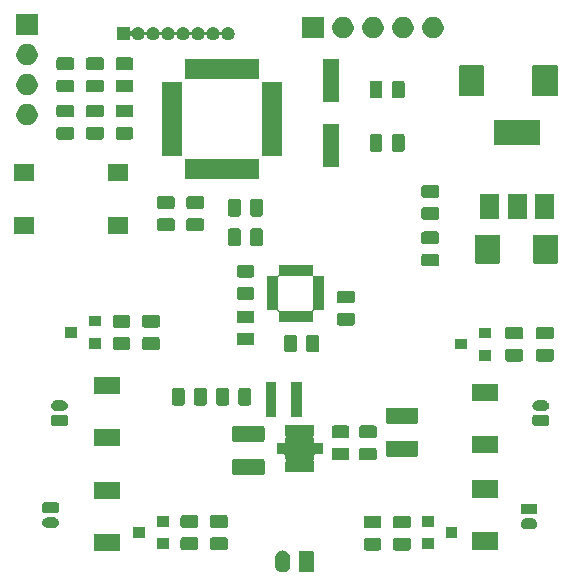
<source format=gbr>
G04 #@! TF.GenerationSoftware,KiCad,Pcbnew,(5.1.5-0-10_14)*
G04 #@! TF.CreationDate,2020-06-08T21:05:12+09:00*
G04 #@! TF.ProjectId,controller_system,636f6e74-726f-46c6-9c65-725f73797374,rev?*
G04 #@! TF.SameCoordinates,Original*
G04 #@! TF.FileFunction,Soldermask,Top*
G04 #@! TF.FilePolarity,Negative*
%FSLAX46Y46*%
G04 Gerber Fmt 4.6, Leading zero omitted, Abs format (unit mm)*
G04 Created by KiCad (PCBNEW (5.1.5-0-10_14)) date 2020-06-08 21:05:12*
%MOMM*%
%LPD*%
G04 APERTURE LIST*
%ADD10C,0.100000*%
G04 APERTURE END LIST*
D10*
G36*
X163527618Y-127283420D02*
G01*
X163608400Y-127307925D01*
X163650336Y-127320646D01*
X163763425Y-127381094D01*
X163862554Y-127462446D01*
X163943906Y-127561575D01*
X164004354Y-127674664D01*
X164004355Y-127674668D01*
X164041580Y-127797382D01*
X164051000Y-127893027D01*
X164051000Y-128506973D01*
X164041580Y-128602618D01*
X164014040Y-128693404D01*
X164004354Y-128725336D01*
X163943906Y-128838425D01*
X163862554Y-128937553D01*
X163763424Y-129018906D01*
X163650335Y-129079354D01*
X163618403Y-129089040D01*
X163527617Y-129116580D01*
X163400000Y-129129149D01*
X163272382Y-129116580D01*
X163181596Y-129089040D01*
X163149664Y-129079354D01*
X163036575Y-129018906D01*
X162937447Y-128937554D01*
X162856094Y-128838424D01*
X162795646Y-128725335D01*
X162785960Y-128693403D01*
X162758420Y-128602617D01*
X162749000Y-128506972D01*
X162749000Y-127893027D01*
X162758420Y-127797382D01*
X162795645Y-127674668D01*
X162795645Y-127674667D01*
X162827957Y-127614217D01*
X162856095Y-127561574D01*
X162869493Y-127545249D01*
X162937447Y-127462446D01*
X163036576Y-127381094D01*
X163149665Y-127320646D01*
X163191601Y-127307925D01*
X163272383Y-127283420D01*
X163400000Y-127270851D01*
X163527618Y-127283420D01*
G37*
G36*
X165891242Y-127278404D02*
G01*
X165928337Y-127289657D01*
X165962515Y-127307925D01*
X165992481Y-127332519D01*
X166017075Y-127362485D01*
X166035343Y-127396663D01*
X166046596Y-127433758D01*
X166051000Y-127478474D01*
X166051000Y-128921526D01*
X166046596Y-128966242D01*
X166035343Y-129003337D01*
X166017075Y-129037515D01*
X165992481Y-129067481D01*
X165962515Y-129092075D01*
X165928337Y-129110343D01*
X165891242Y-129121596D01*
X165846526Y-129126000D01*
X164953474Y-129126000D01*
X164908758Y-129121596D01*
X164871663Y-129110343D01*
X164837485Y-129092075D01*
X164807519Y-129067481D01*
X164782925Y-129037515D01*
X164764657Y-129003337D01*
X164753404Y-128966242D01*
X164749000Y-128921526D01*
X164749000Y-127478474D01*
X164753404Y-127433758D01*
X164764657Y-127396663D01*
X164782925Y-127362485D01*
X164807519Y-127332519D01*
X164837485Y-127307925D01*
X164871663Y-127289657D01*
X164908758Y-127278404D01*
X164953474Y-127274000D01*
X165846526Y-127274000D01*
X165891242Y-127278404D01*
G37*
G36*
X149601000Y-127351000D02*
G01*
X147399000Y-127351000D01*
X147399000Y-125849000D01*
X149601000Y-125849000D01*
X149601000Y-127351000D01*
G37*
G36*
X171584468Y-126203565D02*
G01*
X171623138Y-126215296D01*
X171658777Y-126234346D01*
X171690017Y-126259983D01*
X171715654Y-126291223D01*
X171734704Y-126326862D01*
X171746435Y-126365532D01*
X171751000Y-126411888D01*
X171751000Y-127063112D01*
X171746435Y-127109468D01*
X171734704Y-127148138D01*
X171715654Y-127183777D01*
X171690017Y-127215017D01*
X171658777Y-127240654D01*
X171623138Y-127259704D01*
X171584468Y-127271435D01*
X171538112Y-127276000D01*
X170461888Y-127276000D01*
X170415532Y-127271435D01*
X170376862Y-127259704D01*
X170341223Y-127240654D01*
X170309983Y-127215017D01*
X170284346Y-127183777D01*
X170265296Y-127148138D01*
X170253565Y-127109468D01*
X170249000Y-127063112D01*
X170249000Y-126411888D01*
X170253565Y-126365532D01*
X170265296Y-126326862D01*
X170284346Y-126291223D01*
X170309983Y-126259983D01*
X170341223Y-126234346D01*
X170376862Y-126215296D01*
X170415532Y-126203565D01*
X170461888Y-126199000D01*
X171538112Y-126199000D01*
X171584468Y-126203565D01*
G37*
G36*
X174084468Y-126203565D02*
G01*
X174123138Y-126215296D01*
X174158777Y-126234346D01*
X174190017Y-126259983D01*
X174215654Y-126291223D01*
X174234704Y-126326862D01*
X174246435Y-126365532D01*
X174251000Y-126411888D01*
X174251000Y-127063112D01*
X174246435Y-127109468D01*
X174234704Y-127148138D01*
X174215654Y-127183777D01*
X174190017Y-127215017D01*
X174158777Y-127240654D01*
X174123138Y-127259704D01*
X174084468Y-127271435D01*
X174038112Y-127276000D01*
X172961888Y-127276000D01*
X172915532Y-127271435D01*
X172876862Y-127259704D01*
X172841223Y-127240654D01*
X172809983Y-127215017D01*
X172784346Y-127183777D01*
X172765296Y-127148138D01*
X172753565Y-127109468D01*
X172749000Y-127063112D01*
X172749000Y-126411888D01*
X172753565Y-126365532D01*
X172765296Y-126326862D01*
X172784346Y-126291223D01*
X172809983Y-126259983D01*
X172841223Y-126234346D01*
X172876862Y-126215296D01*
X172915532Y-126203565D01*
X172961888Y-126199000D01*
X174038112Y-126199000D01*
X174084468Y-126203565D01*
G37*
G36*
X158584468Y-126153565D02*
G01*
X158623138Y-126165296D01*
X158658777Y-126184346D01*
X158690017Y-126209983D01*
X158715654Y-126241223D01*
X158734704Y-126276862D01*
X158746435Y-126315532D01*
X158751000Y-126361888D01*
X158751000Y-127013112D01*
X158746435Y-127059468D01*
X158734704Y-127098138D01*
X158715654Y-127133777D01*
X158690017Y-127165017D01*
X158658777Y-127190654D01*
X158623138Y-127209704D01*
X158584468Y-127221435D01*
X158538112Y-127226000D01*
X157461888Y-127226000D01*
X157415532Y-127221435D01*
X157376862Y-127209704D01*
X157341223Y-127190654D01*
X157309983Y-127165017D01*
X157284346Y-127133777D01*
X157265296Y-127098138D01*
X157253565Y-127059468D01*
X157249000Y-127013112D01*
X157249000Y-126361888D01*
X157253565Y-126315532D01*
X157265296Y-126276862D01*
X157284346Y-126241223D01*
X157309983Y-126209983D01*
X157341223Y-126184346D01*
X157376862Y-126165296D01*
X157415532Y-126153565D01*
X157461888Y-126149000D01*
X158538112Y-126149000D01*
X158584468Y-126153565D01*
G37*
G36*
X156084468Y-126153565D02*
G01*
X156123138Y-126165296D01*
X156158777Y-126184346D01*
X156190017Y-126209983D01*
X156215654Y-126241223D01*
X156234704Y-126276862D01*
X156246435Y-126315532D01*
X156251000Y-126361888D01*
X156251000Y-127013112D01*
X156246435Y-127059468D01*
X156234704Y-127098138D01*
X156215654Y-127133777D01*
X156190017Y-127165017D01*
X156158777Y-127190654D01*
X156123138Y-127209704D01*
X156084468Y-127221435D01*
X156038112Y-127226000D01*
X154961888Y-127226000D01*
X154915532Y-127221435D01*
X154876862Y-127209704D01*
X154841223Y-127190654D01*
X154809983Y-127165017D01*
X154784346Y-127133777D01*
X154765296Y-127098138D01*
X154753565Y-127059468D01*
X154749000Y-127013112D01*
X154749000Y-126361888D01*
X154753565Y-126315532D01*
X154765296Y-126276862D01*
X154784346Y-126241223D01*
X154809983Y-126209983D01*
X154841223Y-126184346D01*
X154876862Y-126165296D01*
X154915532Y-126153565D01*
X154961888Y-126149000D01*
X156038112Y-126149000D01*
X156084468Y-126153565D01*
G37*
G36*
X181601000Y-127201000D02*
G01*
X179399000Y-127201000D01*
X179399000Y-125699000D01*
X181601000Y-125699000D01*
X181601000Y-127201000D01*
G37*
G36*
X153751000Y-127151000D02*
G01*
X152749000Y-127151000D01*
X152749000Y-126249000D01*
X153751000Y-126249000D01*
X153751000Y-127151000D01*
G37*
G36*
X176201000Y-127151000D02*
G01*
X175199000Y-127151000D01*
X175199000Y-126249000D01*
X176201000Y-126249000D01*
X176201000Y-127151000D01*
G37*
G36*
X151751000Y-126201000D02*
G01*
X150749000Y-126201000D01*
X150749000Y-125299000D01*
X151751000Y-125299000D01*
X151751000Y-126201000D01*
G37*
G36*
X178201000Y-126201000D02*
G01*
X177199000Y-126201000D01*
X177199000Y-125299000D01*
X178201000Y-125299000D01*
X178201000Y-126201000D01*
G37*
G36*
X184588410Y-124555525D02*
G01*
X184673426Y-124581314D01*
X184751775Y-124623193D01*
X184820449Y-124679551D01*
X184876807Y-124748225D01*
X184918686Y-124826574D01*
X184944475Y-124911590D01*
X184953182Y-125000000D01*
X184944475Y-125088410D01*
X184918686Y-125173426D01*
X184876807Y-125251775D01*
X184820449Y-125320449D01*
X184751775Y-125376807D01*
X184673426Y-125418686D01*
X184588410Y-125444475D01*
X184522158Y-125451000D01*
X183977842Y-125451000D01*
X183911590Y-125444475D01*
X183826574Y-125418686D01*
X183748225Y-125376807D01*
X183679551Y-125320449D01*
X183623193Y-125251775D01*
X183581314Y-125173426D01*
X183555525Y-125088410D01*
X183546818Y-125000000D01*
X183555525Y-124911590D01*
X183581314Y-124826574D01*
X183623193Y-124748225D01*
X183679551Y-124679551D01*
X183748225Y-124623193D01*
X183826574Y-124581314D01*
X183911590Y-124555525D01*
X183977842Y-124549000D01*
X184522158Y-124549000D01*
X184588410Y-124555525D01*
G37*
G36*
X174084468Y-124328565D02*
G01*
X174123138Y-124340296D01*
X174158777Y-124359346D01*
X174190017Y-124384983D01*
X174215654Y-124416223D01*
X174234704Y-124451862D01*
X174246435Y-124490532D01*
X174251000Y-124536888D01*
X174251000Y-125188112D01*
X174246435Y-125234468D01*
X174234704Y-125273138D01*
X174215654Y-125308777D01*
X174190017Y-125340017D01*
X174158777Y-125365654D01*
X174123138Y-125384704D01*
X174084468Y-125396435D01*
X174038112Y-125401000D01*
X172961888Y-125401000D01*
X172915532Y-125396435D01*
X172876862Y-125384704D01*
X172841223Y-125365654D01*
X172809983Y-125340017D01*
X172784346Y-125308777D01*
X172765296Y-125273138D01*
X172753565Y-125234468D01*
X172749000Y-125188112D01*
X172749000Y-124536888D01*
X172753565Y-124490532D01*
X172765296Y-124451862D01*
X172784346Y-124416223D01*
X172809983Y-124384983D01*
X172841223Y-124359346D01*
X172876862Y-124340296D01*
X172915532Y-124328565D01*
X172961888Y-124324000D01*
X174038112Y-124324000D01*
X174084468Y-124328565D01*
G37*
G36*
X171584468Y-124328565D02*
G01*
X171623138Y-124340296D01*
X171658777Y-124359346D01*
X171690017Y-124384983D01*
X171715654Y-124416223D01*
X171734704Y-124451862D01*
X171746435Y-124490532D01*
X171751000Y-124536888D01*
X171751000Y-125188112D01*
X171746435Y-125234468D01*
X171734704Y-125273138D01*
X171715654Y-125308777D01*
X171690017Y-125340017D01*
X171658777Y-125365654D01*
X171623138Y-125384704D01*
X171584468Y-125396435D01*
X171538112Y-125401000D01*
X170461888Y-125401000D01*
X170415532Y-125396435D01*
X170376862Y-125384704D01*
X170341223Y-125365654D01*
X170309983Y-125340017D01*
X170284346Y-125308777D01*
X170265296Y-125273138D01*
X170253565Y-125234468D01*
X170249000Y-125188112D01*
X170249000Y-124536888D01*
X170253565Y-124490532D01*
X170265296Y-124451862D01*
X170284346Y-124416223D01*
X170309983Y-124384983D01*
X170341223Y-124359346D01*
X170376862Y-124340296D01*
X170415532Y-124328565D01*
X170461888Y-124324000D01*
X171538112Y-124324000D01*
X171584468Y-124328565D01*
G37*
G36*
X158584468Y-124278565D02*
G01*
X158623138Y-124290296D01*
X158658777Y-124309346D01*
X158690017Y-124334983D01*
X158715654Y-124366223D01*
X158734704Y-124401862D01*
X158746435Y-124440532D01*
X158751000Y-124486888D01*
X158751000Y-125138112D01*
X158746435Y-125184468D01*
X158734704Y-125223138D01*
X158715654Y-125258777D01*
X158690017Y-125290017D01*
X158658777Y-125315654D01*
X158623138Y-125334704D01*
X158584468Y-125346435D01*
X158538112Y-125351000D01*
X157461888Y-125351000D01*
X157415532Y-125346435D01*
X157376862Y-125334704D01*
X157341223Y-125315654D01*
X157309983Y-125290017D01*
X157284346Y-125258777D01*
X157265296Y-125223138D01*
X157253565Y-125184468D01*
X157249000Y-125138112D01*
X157249000Y-124486888D01*
X157253565Y-124440532D01*
X157265296Y-124401862D01*
X157284346Y-124366223D01*
X157309983Y-124334983D01*
X157341223Y-124309346D01*
X157376862Y-124290296D01*
X157415532Y-124278565D01*
X157461888Y-124274000D01*
X158538112Y-124274000D01*
X158584468Y-124278565D01*
G37*
G36*
X156084468Y-124278565D02*
G01*
X156123138Y-124290296D01*
X156158777Y-124309346D01*
X156190017Y-124334983D01*
X156215654Y-124366223D01*
X156234704Y-124401862D01*
X156246435Y-124440532D01*
X156251000Y-124486888D01*
X156251000Y-125138112D01*
X156246435Y-125184468D01*
X156234704Y-125223138D01*
X156215654Y-125258777D01*
X156190017Y-125290017D01*
X156158777Y-125315654D01*
X156123138Y-125334704D01*
X156084468Y-125346435D01*
X156038112Y-125351000D01*
X154961888Y-125351000D01*
X154915532Y-125346435D01*
X154876862Y-125334704D01*
X154841223Y-125315654D01*
X154809983Y-125290017D01*
X154784346Y-125258777D01*
X154765296Y-125223138D01*
X154753565Y-125184468D01*
X154749000Y-125138112D01*
X154749000Y-124486888D01*
X154753565Y-124440532D01*
X154765296Y-124401862D01*
X154784346Y-124366223D01*
X154809983Y-124334983D01*
X154841223Y-124309346D01*
X154876862Y-124290296D01*
X154915532Y-124278565D01*
X154961888Y-124274000D01*
X156038112Y-124274000D01*
X156084468Y-124278565D01*
G37*
G36*
X144088410Y-124455525D02*
G01*
X144173426Y-124481314D01*
X144251775Y-124523193D01*
X144320449Y-124579551D01*
X144376807Y-124648225D01*
X144418686Y-124726574D01*
X144444475Y-124811590D01*
X144453182Y-124900000D01*
X144444475Y-124988410D01*
X144418686Y-125073426D01*
X144376807Y-125151775D01*
X144320449Y-125220449D01*
X144251775Y-125276807D01*
X144173426Y-125318686D01*
X144088410Y-125344475D01*
X144022158Y-125351000D01*
X143477842Y-125351000D01*
X143411590Y-125344475D01*
X143326574Y-125318686D01*
X143248225Y-125276807D01*
X143179551Y-125220449D01*
X143123193Y-125151775D01*
X143081314Y-125073426D01*
X143055525Y-124988410D01*
X143046818Y-124900000D01*
X143055525Y-124811590D01*
X143081314Y-124726574D01*
X143123193Y-124648225D01*
X143179551Y-124579551D01*
X143248225Y-124523193D01*
X143326574Y-124481314D01*
X143411590Y-124455525D01*
X143477842Y-124449000D01*
X144022158Y-124449000D01*
X144088410Y-124455525D01*
G37*
G36*
X176201000Y-125251000D02*
G01*
X175199000Y-125251000D01*
X175199000Y-124349000D01*
X176201000Y-124349000D01*
X176201000Y-125251000D01*
G37*
G36*
X153751000Y-125251000D02*
G01*
X152749000Y-125251000D01*
X152749000Y-124349000D01*
X153751000Y-124349000D01*
X153751000Y-125251000D01*
G37*
G36*
X184819683Y-123302725D02*
G01*
X184850143Y-123311966D01*
X184878223Y-123326974D01*
X184902831Y-123347169D01*
X184923026Y-123371777D01*
X184938034Y-123399857D01*
X184947275Y-123430317D01*
X184951000Y-123468140D01*
X184951000Y-124031860D01*
X184947275Y-124069683D01*
X184938034Y-124100143D01*
X184923026Y-124128223D01*
X184902831Y-124152831D01*
X184878223Y-124173026D01*
X184850143Y-124188034D01*
X184819683Y-124197275D01*
X184781860Y-124201000D01*
X183718140Y-124201000D01*
X183680317Y-124197275D01*
X183649857Y-124188034D01*
X183621777Y-124173026D01*
X183597169Y-124152831D01*
X183576974Y-124128223D01*
X183561966Y-124100143D01*
X183552725Y-124069683D01*
X183549000Y-124031860D01*
X183549000Y-123468140D01*
X183552725Y-123430317D01*
X183561966Y-123399857D01*
X183576974Y-123371777D01*
X183597169Y-123347169D01*
X183621777Y-123326974D01*
X183649857Y-123311966D01*
X183680317Y-123302725D01*
X183718140Y-123299000D01*
X184781860Y-123299000D01*
X184819683Y-123302725D01*
G37*
G36*
X144319683Y-123202725D02*
G01*
X144350143Y-123211966D01*
X144378223Y-123226974D01*
X144402831Y-123247169D01*
X144423026Y-123271777D01*
X144438034Y-123299857D01*
X144447275Y-123330317D01*
X144451000Y-123368140D01*
X144451000Y-123931860D01*
X144447275Y-123969683D01*
X144438034Y-124000143D01*
X144423026Y-124028223D01*
X144402831Y-124052831D01*
X144378223Y-124073026D01*
X144350143Y-124088034D01*
X144319683Y-124097275D01*
X144281860Y-124101000D01*
X143218140Y-124101000D01*
X143180317Y-124097275D01*
X143149857Y-124088034D01*
X143121777Y-124073026D01*
X143097169Y-124052831D01*
X143076974Y-124028223D01*
X143061966Y-124000143D01*
X143052725Y-123969683D01*
X143049000Y-123931860D01*
X143049000Y-123368140D01*
X143052725Y-123330317D01*
X143061966Y-123299857D01*
X143076974Y-123271777D01*
X143097169Y-123247169D01*
X143121777Y-123226974D01*
X143149857Y-123211966D01*
X143180317Y-123202725D01*
X143218140Y-123199000D01*
X144281860Y-123199000D01*
X144319683Y-123202725D01*
G37*
G36*
X149601000Y-122951000D02*
G01*
X147399000Y-122951000D01*
X147399000Y-121449000D01*
X149601000Y-121449000D01*
X149601000Y-122951000D01*
G37*
G36*
X181601000Y-122801000D02*
G01*
X179399000Y-122801000D01*
X179399000Y-121299000D01*
X181601000Y-121299000D01*
X181601000Y-122801000D01*
G37*
G36*
X161718604Y-119531827D02*
G01*
X161755144Y-119542912D01*
X161788821Y-119560913D01*
X161818341Y-119585139D01*
X161842567Y-119614659D01*
X161860568Y-119648336D01*
X161871653Y-119684876D01*
X161876000Y-119729018D01*
X161876000Y-120677942D01*
X161871653Y-120722084D01*
X161860568Y-120758624D01*
X161842567Y-120792301D01*
X161818341Y-120821821D01*
X161788821Y-120846047D01*
X161755144Y-120864048D01*
X161718604Y-120875133D01*
X161674462Y-120879480D01*
X159325538Y-120879480D01*
X159281396Y-120875133D01*
X159244856Y-120864048D01*
X159211179Y-120846047D01*
X159181659Y-120821821D01*
X159157433Y-120792301D01*
X159139432Y-120758624D01*
X159128347Y-120722084D01*
X159124000Y-120677942D01*
X159124000Y-119729018D01*
X159128347Y-119684876D01*
X159139432Y-119648336D01*
X159157433Y-119614659D01*
X159181659Y-119585139D01*
X159211179Y-119560913D01*
X159244856Y-119542912D01*
X159281396Y-119531827D01*
X159325538Y-119527480D01*
X161674462Y-119527480D01*
X161718604Y-119531827D01*
G37*
G36*
X165845091Y-116684280D02*
G01*
X165857329Y-116684881D01*
X166050881Y-116684881D01*
X166050881Y-117475196D01*
X166047842Y-117506048D01*
X166035834Y-117545633D01*
X166016334Y-117582115D01*
X166016329Y-117582121D01*
X166011740Y-117590706D01*
X166008902Y-117594954D01*
X165999524Y-117617592D01*
X165994742Y-117641625D01*
X165994741Y-117666129D01*
X165999521Y-117690163D01*
X166008897Y-117712802D01*
X166022510Y-117733177D01*
X166039837Y-117750504D01*
X166060211Y-117764119D01*
X166082849Y-117773497D01*
X166091881Y-117775294D01*
X166091881Y-118088882D01*
X166094283Y-118113268D01*
X166101396Y-118136717D01*
X166112947Y-118158328D01*
X166128492Y-118177270D01*
X166147434Y-118192815D01*
X166169045Y-118204366D01*
X166192494Y-118211479D01*
X166216880Y-118213881D01*
X166791881Y-118213881D01*
X166791881Y-119095881D01*
X166216880Y-119095881D01*
X166192494Y-119098283D01*
X166169045Y-119105396D01*
X166147434Y-119116947D01*
X166128492Y-119132492D01*
X166112947Y-119151434D01*
X166101396Y-119173045D01*
X166094283Y-119196494D01*
X166091881Y-119220880D01*
X166091881Y-119534154D01*
X166071304Y-119540396D01*
X166049693Y-119551947D01*
X166030751Y-119567492D01*
X166015206Y-119586434D01*
X166003655Y-119608045D01*
X165996542Y-119631494D01*
X165994140Y-119655880D01*
X165996542Y-119680266D01*
X166003655Y-119703715D01*
X166010619Y-119716744D01*
X166010530Y-119716791D01*
X166016331Y-119727643D01*
X166016334Y-119727647D01*
X166035834Y-119764129D01*
X166035835Y-119764132D01*
X166046073Y-119797880D01*
X166047842Y-119803714D01*
X166050881Y-119834566D01*
X166050881Y-120624881D01*
X165857329Y-120624881D01*
X165845091Y-120625482D01*
X165840881Y-120625897D01*
X165836671Y-120625482D01*
X165824433Y-120624881D01*
X165357329Y-120624881D01*
X165345091Y-120625482D01*
X165340881Y-120625897D01*
X165336671Y-120625482D01*
X165324433Y-120624881D01*
X164857329Y-120624881D01*
X164845091Y-120625482D01*
X164840881Y-120625897D01*
X164836671Y-120625482D01*
X164824433Y-120624881D01*
X164357329Y-120624881D01*
X164345091Y-120625482D01*
X164340881Y-120625897D01*
X164336671Y-120625482D01*
X164324433Y-120624881D01*
X163857329Y-120624881D01*
X163845091Y-120625482D01*
X163840881Y-120625897D01*
X163836671Y-120625482D01*
X163824433Y-120624881D01*
X163630881Y-120624881D01*
X163630881Y-120079892D01*
X163630882Y-120079882D01*
X163630882Y-119834566D01*
X163633921Y-119803714D01*
X163635691Y-119797880D01*
X163645928Y-119764132D01*
X163645929Y-119764129D01*
X163665429Y-119727647D01*
X163665434Y-119727641D01*
X163670023Y-119719056D01*
X163672861Y-119714808D01*
X163682239Y-119692170D01*
X163687021Y-119668137D01*
X163687022Y-119643633D01*
X163682242Y-119619599D01*
X163672866Y-119596960D01*
X163659253Y-119576585D01*
X163641926Y-119559258D01*
X163621552Y-119545643D01*
X163598914Y-119536265D01*
X163589881Y-119534468D01*
X163589881Y-119220880D01*
X163587479Y-119196494D01*
X163580366Y-119173045D01*
X163568815Y-119151434D01*
X163553270Y-119132492D01*
X163534328Y-119116947D01*
X163512717Y-119105396D01*
X163489268Y-119098283D01*
X163464882Y-119095881D01*
X162889881Y-119095881D01*
X162889881Y-118213881D01*
X163464882Y-118213881D01*
X163489268Y-118211479D01*
X163512717Y-118204366D01*
X163534328Y-118192815D01*
X163553270Y-118177270D01*
X163568815Y-118158328D01*
X163580366Y-118136717D01*
X163587479Y-118113268D01*
X163589881Y-118088882D01*
X163589881Y-117775608D01*
X163610459Y-117769366D01*
X163632070Y-117757815D01*
X163651012Y-117742270D01*
X163666557Y-117723328D01*
X163678108Y-117701717D01*
X163685221Y-117678268D01*
X163687623Y-117653882D01*
X163685221Y-117629496D01*
X163678108Y-117606047D01*
X163671144Y-117593017D01*
X163671232Y-117592970D01*
X163665431Y-117582118D01*
X163665428Y-117582114D01*
X163645928Y-117545632D01*
X163645927Y-117545629D01*
X163633920Y-117506048D01*
X163633052Y-117497230D01*
X163630881Y-117475195D01*
X163630881Y-116684881D01*
X163824433Y-116684881D01*
X163836671Y-116684280D01*
X163840881Y-116683865D01*
X163845091Y-116684280D01*
X163857329Y-116684881D01*
X164324433Y-116684881D01*
X164336671Y-116684280D01*
X164340881Y-116683865D01*
X164345091Y-116684280D01*
X164357329Y-116684881D01*
X164824433Y-116684881D01*
X164836671Y-116684280D01*
X164840881Y-116683865D01*
X164845091Y-116684280D01*
X164857329Y-116684881D01*
X165324433Y-116684881D01*
X165336671Y-116684280D01*
X165340881Y-116683865D01*
X165345091Y-116684280D01*
X165357329Y-116684881D01*
X165824433Y-116684881D01*
X165836671Y-116684280D01*
X165840881Y-116683865D01*
X165845091Y-116684280D01*
G37*
G36*
X168884468Y-118569045D02*
G01*
X168923138Y-118580776D01*
X168958777Y-118599826D01*
X168990017Y-118625463D01*
X169015654Y-118656703D01*
X169034704Y-118692342D01*
X169046435Y-118731012D01*
X169051000Y-118777368D01*
X169051000Y-119428592D01*
X169046435Y-119474948D01*
X169034704Y-119513618D01*
X169015654Y-119549257D01*
X168990017Y-119580497D01*
X168958777Y-119606134D01*
X168923138Y-119625184D01*
X168884468Y-119636915D01*
X168838112Y-119641480D01*
X167761888Y-119641480D01*
X167715532Y-119636915D01*
X167676862Y-119625184D01*
X167641223Y-119606134D01*
X167609983Y-119580497D01*
X167584346Y-119549257D01*
X167565296Y-119513618D01*
X167553565Y-119474948D01*
X167549000Y-119428592D01*
X167549000Y-118777368D01*
X167553565Y-118731012D01*
X167565296Y-118692342D01*
X167584346Y-118656703D01*
X167609983Y-118625463D01*
X167641223Y-118599826D01*
X167676862Y-118580776D01*
X167715532Y-118569045D01*
X167761888Y-118564480D01*
X168838112Y-118564480D01*
X168884468Y-118569045D01*
G37*
G36*
X171184468Y-118569045D02*
G01*
X171223138Y-118580776D01*
X171258777Y-118599826D01*
X171290017Y-118625463D01*
X171315654Y-118656703D01*
X171334704Y-118692342D01*
X171346435Y-118731012D01*
X171351000Y-118777368D01*
X171351000Y-119428592D01*
X171346435Y-119474948D01*
X171334704Y-119513618D01*
X171315654Y-119549257D01*
X171290017Y-119580497D01*
X171258777Y-119606134D01*
X171223138Y-119625184D01*
X171184468Y-119636915D01*
X171138112Y-119641480D01*
X170061888Y-119641480D01*
X170015532Y-119636915D01*
X169976862Y-119625184D01*
X169941223Y-119606134D01*
X169909983Y-119580497D01*
X169884346Y-119549257D01*
X169865296Y-119513618D01*
X169853565Y-119474948D01*
X169849000Y-119428592D01*
X169849000Y-118777368D01*
X169853565Y-118731012D01*
X169865296Y-118692342D01*
X169884346Y-118656703D01*
X169909983Y-118625463D01*
X169941223Y-118599826D01*
X169976862Y-118580776D01*
X170015532Y-118569045D01*
X170061888Y-118564480D01*
X171138112Y-118564480D01*
X171184468Y-118569045D01*
G37*
G36*
X174718604Y-117978347D02*
G01*
X174755144Y-117989432D01*
X174788821Y-118007433D01*
X174818341Y-118031659D01*
X174842567Y-118061179D01*
X174860568Y-118094856D01*
X174871653Y-118131396D01*
X174876000Y-118175538D01*
X174876000Y-119124462D01*
X174871653Y-119168604D01*
X174860568Y-119205144D01*
X174842567Y-119238821D01*
X174818341Y-119268341D01*
X174788821Y-119292567D01*
X174755144Y-119310568D01*
X174718604Y-119321653D01*
X174674462Y-119326000D01*
X172325538Y-119326000D01*
X172281396Y-119321653D01*
X172244856Y-119310568D01*
X172211179Y-119292567D01*
X172181659Y-119268341D01*
X172157433Y-119238821D01*
X172139432Y-119205144D01*
X172128347Y-119168604D01*
X172124000Y-119124462D01*
X172124000Y-118175538D01*
X172128347Y-118131396D01*
X172139432Y-118094856D01*
X172157433Y-118061179D01*
X172181659Y-118031659D01*
X172211179Y-118007433D01*
X172244856Y-117989432D01*
X172281396Y-117978347D01*
X172325538Y-117974000D01*
X174674462Y-117974000D01*
X174718604Y-117978347D01*
G37*
G36*
X181601000Y-119051000D02*
G01*
X179399000Y-119051000D01*
X179399000Y-117549000D01*
X181601000Y-117549000D01*
X181601000Y-119051000D01*
G37*
G36*
X149601000Y-118451000D02*
G01*
X147399000Y-118451000D01*
X147399000Y-116949000D01*
X149601000Y-116949000D01*
X149601000Y-118451000D01*
G37*
G36*
X161718604Y-116731827D02*
G01*
X161755144Y-116742912D01*
X161788821Y-116760913D01*
X161818341Y-116785139D01*
X161842567Y-116814659D01*
X161860568Y-116848336D01*
X161871653Y-116884876D01*
X161876000Y-116929018D01*
X161876000Y-117877942D01*
X161871653Y-117922084D01*
X161860568Y-117958624D01*
X161842567Y-117992301D01*
X161818341Y-118021821D01*
X161788821Y-118046047D01*
X161755144Y-118064048D01*
X161718604Y-118075133D01*
X161674462Y-118079480D01*
X159325538Y-118079480D01*
X159281396Y-118075133D01*
X159244856Y-118064048D01*
X159211179Y-118046047D01*
X159181659Y-118021821D01*
X159157433Y-117992301D01*
X159139432Y-117958624D01*
X159128347Y-117922084D01*
X159124000Y-117877942D01*
X159124000Y-116929018D01*
X159128347Y-116884876D01*
X159139432Y-116848336D01*
X159157433Y-116814659D01*
X159181659Y-116785139D01*
X159211179Y-116760913D01*
X159244856Y-116742912D01*
X159281396Y-116731827D01*
X159325538Y-116727480D01*
X161674462Y-116727480D01*
X161718604Y-116731827D01*
G37*
G36*
X168884468Y-116694045D02*
G01*
X168923138Y-116705776D01*
X168958777Y-116724826D01*
X168990017Y-116750463D01*
X169015654Y-116781703D01*
X169034704Y-116817342D01*
X169046435Y-116856012D01*
X169051000Y-116902368D01*
X169051000Y-117553592D01*
X169046435Y-117599948D01*
X169034704Y-117638618D01*
X169015654Y-117674257D01*
X168990017Y-117705497D01*
X168958777Y-117731134D01*
X168923138Y-117750184D01*
X168884468Y-117761915D01*
X168838112Y-117766480D01*
X167761888Y-117766480D01*
X167715532Y-117761915D01*
X167676862Y-117750184D01*
X167641223Y-117731134D01*
X167609983Y-117705497D01*
X167584346Y-117674257D01*
X167565296Y-117638618D01*
X167553565Y-117599948D01*
X167549000Y-117553592D01*
X167549000Y-116902368D01*
X167553565Y-116856012D01*
X167565296Y-116817342D01*
X167584346Y-116781703D01*
X167609983Y-116750463D01*
X167641223Y-116724826D01*
X167676862Y-116705776D01*
X167715532Y-116694045D01*
X167761888Y-116689480D01*
X168838112Y-116689480D01*
X168884468Y-116694045D01*
G37*
G36*
X171184468Y-116694045D02*
G01*
X171223138Y-116705776D01*
X171258777Y-116724826D01*
X171290017Y-116750463D01*
X171315654Y-116781703D01*
X171334704Y-116817342D01*
X171346435Y-116856012D01*
X171351000Y-116902368D01*
X171351000Y-117553592D01*
X171346435Y-117599948D01*
X171334704Y-117638618D01*
X171315654Y-117674257D01*
X171290017Y-117705497D01*
X171258777Y-117731134D01*
X171223138Y-117750184D01*
X171184468Y-117761915D01*
X171138112Y-117766480D01*
X170061888Y-117766480D01*
X170015532Y-117761915D01*
X169976862Y-117750184D01*
X169941223Y-117731134D01*
X169909983Y-117705497D01*
X169884346Y-117674257D01*
X169865296Y-117638618D01*
X169853565Y-117599948D01*
X169849000Y-117553592D01*
X169849000Y-116902368D01*
X169853565Y-116856012D01*
X169865296Y-116817342D01*
X169884346Y-116781703D01*
X169909983Y-116750463D01*
X169941223Y-116724826D01*
X169976862Y-116705776D01*
X170015532Y-116694045D01*
X170061888Y-116689480D01*
X171138112Y-116689480D01*
X171184468Y-116694045D01*
G37*
G36*
X145069683Y-115802725D02*
G01*
X145100143Y-115811966D01*
X145128223Y-115826974D01*
X145152831Y-115847169D01*
X145173026Y-115871777D01*
X145188034Y-115899857D01*
X145197275Y-115930317D01*
X145201000Y-115968140D01*
X145201000Y-116531860D01*
X145197275Y-116569683D01*
X145188034Y-116600143D01*
X145173026Y-116628223D01*
X145152831Y-116652831D01*
X145128223Y-116673026D01*
X145100143Y-116688034D01*
X145069683Y-116697275D01*
X145031860Y-116701000D01*
X143968140Y-116701000D01*
X143930317Y-116697275D01*
X143899857Y-116688034D01*
X143871777Y-116673026D01*
X143847169Y-116652831D01*
X143826974Y-116628223D01*
X143811966Y-116600143D01*
X143802725Y-116569683D01*
X143799000Y-116531860D01*
X143799000Y-115968140D01*
X143802725Y-115930317D01*
X143811966Y-115899857D01*
X143826974Y-115871777D01*
X143847169Y-115847169D01*
X143871777Y-115826974D01*
X143899857Y-115811966D01*
X143930317Y-115802725D01*
X143968140Y-115799000D01*
X145031860Y-115799000D01*
X145069683Y-115802725D01*
G37*
G36*
X185819683Y-115802725D02*
G01*
X185850143Y-115811966D01*
X185878223Y-115826974D01*
X185902831Y-115847169D01*
X185923026Y-115871777D01*
X185938034Y-115899857D01*
X185947275Y-115930317D01*
X185951000Y-115968140D01*
X185951000Y-116531860D01*
X185947275Y-116569683D01*
X185938034Y-116600143D01*
X185923026Y-116628223D01*
X185902831Y-116652831D01*
X185878223Y-116673026D01*
X185850143Y-116688034D01*
X185819683Y-116697275D01*
X185781860Y-116701000D01*
X184718140Y-116701000D01*
X184680317Y-116697275D01*
X184649857Y-116688034D01*
X184621777Y-116673026D01*
X184597169Y-116652831D01*
X184576974Y-116628223D01*
X184561966Y-116600143D01*
X184552725Y-116569683D01*
X184549000Y-116531860D01*
X184549000Y-115968140D01*
X184552725Y-115930317D01*
X184561966Y-115899857D01*
X184576974Y-115871777D01*
X184597169Y-115847169D01*
X184621777Y-115826974D01*
X184649857Y-115811966D01*
X184680317Y-115802725D01*
X184718140Y-115799000D01*
X185781860Y-115799000D01*
X185819683Y-115802725D01*
G37*
G36*
X174718604Y-115178347D02*
G01*
X174755144Y-115189432D01*
X174788821Y-115207433D01*
X174818341Y-115231659D01*
X174842567Y-115261179D01*
X174860568Y-115294856D01*
X174871653Y-115331396D01*
X174876000Y-115375538D01*
X174876000Y-116324462D01*
X174871653Y-116368604D01*
X174860568Y-116405144D01*
X174842567Y-116438821D01*
X174818341Y-116468341D01*
X174788821Y-116492567D01*
X174755144Y-116510568D01*
X174718604Y-116521653D01*
X174674462Y-116526000D01*
X172325538Y-116526000D01*
X172281396Y-116521653D01*
X172244856Y-116510568D01*
X172211179Y-116492567D01*
X172181659Y-116468341D01*
X172157433Y-116438821D01*
X172139432Y-116405144D01*
X172128347Y-116368604D01*
X172124000Y-116324462D01*
X172124000Y-115375538D01*
X172128347Y-115331396D01*
X172139432Y-115294856D01*
X172157433Y-115261179D01*
X172181659Y-115231659D01*
X172211179Y-115207433D01*
X172244856Y-115189432D01*
X172281396Y-115178347D01*
X172325538Y-115174000D01*
X174674462Y-115174000D01*
X174718604Y-115178347D01*
G37*
G36*
X162851000Y-116001000D02*
G01*
X161949000Y-116001000D01*
X161949000Y-112999000D01*
X162851000Y-112999000D01*
X162851000Y-116001000D01*
G37*
G36*
X165051000Y-116001000D02*
G01*
X164149000Y-116001000D01*
X164149000Y-112999000D01*
X165051000Y-112999000D01*
X165051000Y-116001000D01*
G37*
G36*
X185588410Y-114555525D02*
G01*
X185673426Y-114581314D01*
X185751775Y-114623193D01*
X185820449Y-114679551D01*
X185876807Y-114748225D01*
X185918686Y-114826574D01*
X185944475Y-114911590D01*
X185953182Y-115000000D01*
X185944475Y-115088410D01*
X185918686Y-115173426D01*
X185876807Y-115251775D01*
X185820449Y-115320449D01*
X185751775Y-115376807D01*
X185673426Y-115418686D01*
X185588410Y-115444475D01*
X185522158Y-115451000D01*
X184977842Y-115451000D01*
X184911590Y-115444475D01*
X184826574Y-115418686D01*
X184748225Y-115376807D01*
X184679551Y-115320449D01*
X184623193Y-115251775D01*
X184581314Y-115173426D01*
X184555525Y-115088410D01*
X184546818Y-115000000D01*
X184555525Y-114911590D01*
X184581314Y-114826574D01*
X184623193Y-114748225D01*
X184679551Y-114679551D01*
X184748225Y-114623193D01*
X184826574Y-114581314D01*
X184911590Y-114555525D01*
X184977842Y-114549000D01*
X185522158Y-114549000D01*
X185588410Y-114555525D01*
G37*
G36*
X144838410Y-114555525D02*
G01*
X144923426Y-114581314D01*
X145001775Y-114623193D01*
X145070449Y-114679551D01*
X145126807Y-114748225D01*
X145168686Y-114826574D01*
X145194475Y-114911590D01*
X145203182Y-115000000D01*
X145194475Y-115088410D01*
X145168686Y-115173426D01*
X145126807Y-115251775D01*
X145070449Y-115320449D01*
X145001775Y-115376807D01*
X144923426Y-115418686D01*
X144838410Y-115444475D01*
X144772158Y-115451000D01*
X144227842Y-115451000D01*
X144161590Y-115444475D01*
X144076574Y-115418686D01*
X143998225Y-115376807D01*
X143929551Y-115320449D01*
X143873193Y-115251775D01*
X143831314Y-115173426D01*
X143805525Y-115088410D01*
X143796818Y-115000000D01*
X143805525Y-114911590D01*
X143831314Y-114826574D01*
X143873193Y-114748225D01*
X143929551Y-114679551D01*
X143998225Y-114623193D01*
X144076574Y-114581314D01*
X144161590Y-114555525D01*
X144227842Y-114549000D01*
X144772158Y-114549000D01*
X144838410Y-114555525D01*
G37*
G36*
X160559468Y-113503565D02*
G01*
X160598138Y-113515296D01*
X160633777Y-113534346D01*
X160665017Y-113559983D01*
X160690654Y-113591223D01*
X160709704Y-113626862D01*
X160721435Y-113665532D01*
X160726000Y-113711888D01*
X160726000Y-114788112D01*
X160721435Y-114834468D01*
X160709704Y-114873138D01*
X160690654Y-114908777D01*
X160665017Y-114940017D01*
X160633777Y-114965654D01*
X160598138Y-114984704D01*
X160559468Y-114996435D01*
X160513112Y-115001000D01*
X159861888Y-115001000D01*
X159815532Y-114996435D01*
X159776862Y-114984704D01*
X159741223Y-114965654D01*
X159709983Y-114940017D01*
X159684346Y-114908777D01*
X159665296Y-114873138D01*
X159653565Y-114834468D01*
X159649000Y-114788112D01*
X159649000Y-113711888D01*
X159653565Y-113665532D01*
X159665296Y-113626862D01*
X159684346Y-113591223D01*
X159709983Y-113559983D01*
X159741223Y-113534346D01*
X159776862Y-113515296D01*
X159815532Y-113503565D01*
X159861888Y-113499000D01*
X160513112Y-113499000D01*
X160559468Y-113503565D01*
G37*
G36*
X158684468Y-113503565D02*
G01*
X158723138Y-113515296D01*
X158758777Y-113534346D01*
X158790017Y-113559983D01*
X158815654Y-113591223D01*
X158834704Y-113626862D01*
X158846435Y-113665532D01*
X158851000Y-113711888D01*
X158851000Y-114788112D01*
X158846435Y-114834468D01*
X158834704Y-114873138D01*
X158815654Y-114908777D01*
X158790017Y-114940017D01*
X158758777Y-114965654D01*
X158723138Y-114984704D01*
X158684468Y-114996435D01*
X158638112Y-115001000D01*
X157986888Y-115001000D01*
X157940532Y-114996435D01*
X157901862Y-114984704D01*
X157866223Y-114965654D01*
X157834983Y-114940017D01*
X157809346Y-114908777D01*
X157790296Y-114873138D01*
X157778565Y-114834468D01*
X157774000Y-114788112D01*
X157774000Y-113711888D01*
X157778565Y-113665532D01*
X157790296Y-113626862D01*
X157809346Y-113591223D01*
X157834983Y-113559983D01*
X157866223Y-113534346D01*
X157901862Y-113515296D01*
X157940532Y-113503565D01*
X157986888Y-113499000D01*
X158638112Y-113499000D01*
X158684468Y-113503565D01*
G37*
G36*
X154934468Y-113503565D02*
G01*
X154973138Y-113515296D01*
X155008777Y-113534346D01*
X155040017Y-113559983D01*
X155065654Y-113591223D01*
X155084704Y-113626862D01*
X155096435Y-113665532D01*
X155101000Y-113711888D01*
X155101000Y-114788112D01*
X155096435Y-114834468D01*
X155084704Y-114873138D01*
X155065654Y-114908777D01*
X155040017Y-114940017D01*
X155008777Y-114965654D01*
X154973138Y-114984704D01*
X154934468Y-114996435D01*
X154888112Y-115001000D01*
X154236888Y-115001000D01*
X154190532Y-114996435D01*
X154151862Y-114984704D01*
X154116223Y-114965654D01*
X154084983Y-114940017D01*
X154059346Y-114908777D01*
X154040296Y-114873138D01*
X154028565Y-114834468D01*
X154024000Y-114788112D01*
X154024000Y-113711888D01*
X154028565Y-113665532D01*
X154040296Y-113626862D01*
X154059346Y-113591223D01*
X154084983Y-113559983D01*
X154116223Y-113534346D01*
X154151862Y-113515296D01*
X154190532Y-113503565D01*
X154236888Y-113499000D01*
X154888112Y-113499000D01*
X154934468Y-113503565D01*
G37*
G36*
X156809468Y-113503565D02*
G01*
X156848138Y-113515296D01*
X156883777Y-113534346D01*
X156915017Y-113559983D01*
X156940654Y-113591223D01*
X156959704Y-113626862D01*
X156971435Y-113665532D01*
X156976000Y-113711888D01*
X156976000Y-114788112D01*
X156971435Y-114834468D01*
X156959704Y-114873138D01*
X156940654Y-114908777D01*
X156915017Y-114940017D01*
X156883777Y-114965654D01*
X156848138Y-114984704D01*
X156809468Y-114996435D01*
X156763112Y-115001000D01*
X156111888Y-115001000D01*
X156065532Y-114996435D01*
X156026862Y-114984704D01*
X155991223Y-114965654D01*
X155959983Y-114940017D01*
X155934346Y-114908777D01*
X155915296Y-114873138D01*
X155903565Y-114834468D01*
X155899000Y-114788112D01*
X155899000Y-113711888D01*
X155903565Y-113665532D01*
X155915296Y-113626862D01*
X155934346Y-113591223D01*
X155959983Y-113559983D01*
X155991223Y-113534346D01*
X156026862Y-113515296D01*
X156065532Y-113503565D01*
X156111888Y-113499000D01*
X156763112Y-113499000D01*
X156809468Y-113503565D01*
G37*
G36*
X181601000Y-114651000D02*
G01*
X179399000Y-114651000D01*
X179399000Y-113149000D01*
X181601000Y-113149000D01*
X181601000Y-114651000D01*
G37*
G36*
X149601000Y-114051000D02*
G01*
X147399000Y-114051000D01*
X147399000Y-112549000D01*
X149601000Y-112549000D01*
X149601000Y-114051000D01*
G37*
G36*
X183584468Y-110203565D02*
G01*
X183623138Y-110215296D01*
X183658777Y-110234346D01*
X183690017Y-110259983D01*
X183715654Y-110291223D01*
X183734704Y-110326862D01*
X183746435Y-110365532D01*
X183751000Y-110411888D01*
X183751000Y-111063112D01*
X183746435Y-111109468D01*
X183734704Y-111148138D01*
X183715654Y-111183777D01*
X183690017Y-111215017D01*
X183658777Y-111240654D01*
X183623138Y-111259704D01*
X183584468Y-111271435D01*
X183538112Y-111276000D01*
X182461888Y-111276000D01*
X182415532Y-111271435D01*
X182376862Y-111259704D01*
X182341223Y-111240654D01*
X182309983Y-111215017D01*
X182284346Y-111183777D01*
X182265296Y-111148138D01*
X182253565Y-111109468D01*
X182249000Y-111063112D01*
X182249000Y-110411888D01*
X182253565Y-110365532D01*
X182265296Y-110326862D01*
X182284346Y-110291223D01*
X182309983Y-110259983D01*
X182341223Y-110234346D01*
X182376862Y-110215296D01*
X182415532Y-110203565D01*
X182461888Y-110199000D01*
X183538112Y-110199000D01*
X183584468Y-110203565D01*
G37*
G36*
X186184468Y-110203565D02*
G01*
X186223138Y-110215296D01*
X186258777Y-110234346D01*
X186290017Y-110259983D01*
X186315654Y-110291223D01*
X186334704Y-110326862D01*
X186346435Y-110365532D01*
X186351000Y-110411888D01*
X186351000Y-111063112D01*
X186346435Y-111109468D01*
X186334704Y-111148138D01*
X186315654Y-111183777D01*
X186290017Y-111215017D01*
X186258777Y-111240654D01*
X186223138Y-111259704D01*
X186184468Y-111271435D01*
X186138112Y-111276000D01*
X185061888Y-111276000D01*
X185015532Y-111271435D01*
X184976862Y-111259704D01*
X184941223Y-111240654D01*
X184909983Y-111215017D01*
X184884346Y-111183777D01*
X184865296Y-111148138D01*
X184853565Y-111109468D01*
X184849000Y-111063112D01*
X184849000Y-110411888D01*
X184853565Y-110365532D01*
X184865296Y-110326862D01*
X184884346Y-110291223D01*
X184909983Y-110259983D01*
X184941223Y-110234346D01*
X184976862Y-110215296D01*
X185015532Y-110203565D01*
X185061888Y-110199000D01*
X186138112Y-110199000D01*
X186184468Y-110203565D01*
G37*
G36*
X181001000Y-111201000D02*
G01*
X179999000Y-111201000D01*
X179999000Y-110299000D01*
X181001000Y-110299000D01*
X181001000Y-111201000D01*
G37*
G36*
X164434468Y-109003565D02*
G01*
X164473138Y-109015296D01*
X164508777Y-109034346D01*
X164540017Y-109059983D01*
X164565654Y-109091223D01*
X164584704Y-109126862D01*
X164596435Y-109165532D01*
X164601000Y-109211888D01*
X164601000Y-110288112D01*
X164596435Y-110334468D01*
X164584704Y-110373138D01*
X164565654Y-110408777D01*
X164540017Y-110440017D01*
X164508777Y-110465654D01*
X164473138Y-110484704D01*
X164434468Y-110496435D01*
X164388112Y-110501000D01*
X163736888Y-110501000D01*
X163690532Y-110496435D01*
X163651862Y-110484704D01*
X163616223Y-110465654D01*
X163584983Y-110440017D01*
X163559346Y-110408777D01*
X163540296Y-110373138D01*
X163528565Y-110334468D01*
X163524000Y-110288112D01*
X163524000Y-109211888D01*
X163528565Y-109165532D01*
X163540296Y-109126862D01*
X163559346Y-109091223D01*
X163584983Y-109059983D01*
X163616223Y-109034346D01*
X163651862Y-109015296D01*
X163690532Y-109003565D01*
X163736888Y-108999000D01*
X164388112Y-108999000D01*
X164434468Y-109003565D01*
G37*
G36*
X166309468Y-109003565D02*
G01*
X166348138Y-109015296D01*
X166383777Y-109034346D01*
X166415017Y-109059983D01*
X166440654Y-109091223D01*
X166459704Y-109126862D01*
X166471435Y-109165532D01*
X166476000Y-109211888D01*
X166476000Y-110288112D01*
X166471435Y-110334468D01*
X166459704Y-110373138D01*
X166440654Y-110408777D01*
X166415017Y-110440017D01*
X166383777Y-110465654D01*
X166348138Y-110484704D01*
X166309468Y-110496435D01*
X166263112Y-110501000D01*
X165611888Y-110501000D01*
X165565532Y-110496435D01*
X165526862Y-110484704D01*
X165491223Y-110465654D01*
X165459983Y-110440017D01*
X165434346Y-110408777D01*
X165415296Y-110373138D01*
X165403565Y-110334468D01*
X165399000Y-110288112D01*
X165399000Y-109211888D01*
X165403565Y-109165532D01*
X165415296Y-109126862D01*
X165434346Y-109091223D01*
X165459983Y-109059983D01*
X165491223Y-109034346D01*
X165526862Y-109015296D01*
X165565532Y-109003565D01*
X165611888Y-108999000D01*
X166263112Y-108999000D01*
X166309468Y-109003565D01*
G37*
G36*
X150334468Y-109203565D02*
G01*
X150373138Y-109215296D01*
X150408777Y-109234346D01*
X150440017Y-109259983D01*
X150465654Y-109291223D01*
X150484704Y-109326862D01*
X150496435Y-109365532D01*
X150501000Y-109411888D01*
X150501000Y-110063112D01*
X150496435Y-110109468D01*
X150484704Y-110148138D01*
X150465654Y-110183777D01*
X150440017Y-110215017D01*
X150408777Y-110240654D01*
X150373138Y-110259704D01*
X150334468Y-110271435D01*
X150288112Y-110276000D01*
X149211888Y-110276000D01*
X149165532Y-110271435D01*
X149126862Y-110259704D01*
X149091223Y-110240654D01*
X149059983Y-110215017D01*
X149034346Y-110183777D01*
X149015296Y-110148138D01*
X149003565Y-110109468D01*
X148999000Y-110063112D01*
X148999000Y-109411888D01*
X149003565Y-109365532D01*
X149015296Y-109326862D01*
X149034346Y-109291223D01*
X149059983Y-109259983D01*
X149091223Y-109234346D01*
X149126862Y-109215296D01*
X149165532Y-109203565D01*
X149211888Y-109199000D01*
X150288112Y-109199000D01*
X150334468Y-109203565D01*
G37*
G36*
X152834468Y-109203565D02*
G01*
X152873138Y-109215296D01*
X152908777Y-109234346D01*
X152940017Y-109259983D01*
X152965654Y-109291223D01*
X152984704Y-109326862D01*
X152996435Y-109365532D01*
X153001000Y-109411888D01*
X153001000Y-110063112D01*
X152996435Y-110109468D01*
X152984704Y-110148138D01*
X152965654Y-110183777D01*
X152940017Y-110215017D01*
X152908777Y-110240654D01*
X152873138Y-110259704D01*
X152834468Y-110271435D01*
X152788112Y-110276000D01*
X151711888Y-110276000D01*
X151665532Y-110271435D01*
X151626862Y-110259704D01*
X151591223Y-110240654D01*
X151559983Y-110215017D01*
X151534346Y-110183777D01*
X151515296Y-110148138D01*
X151503565Y-110109468D01*
X151499000Y-110063112D01*
X151499000Y-109411888D01*
X151503565Y-109365532D01*
X151515296Y-109326862D01*
X151534346Y-109291223D01*
X151559983Y-109259983D01*
X151591223Y-109234346D01*
X151626862Y-109215296D01*
X151665532Y-109203565D01*
X151711888Y-109199000D01*
X152788112Y-109199000D01*
X152834468Y-109203565D01*
G37*
G36*
X179001000Y-110251000D02*
G01*
X177999000Y-110251000D01*
X177999000Y-109349000D01*
X179001000Y-109349000D01*
X179001000Y-110251000D01*
G37*
G36*
X148001000Y-110201000D02*
G01*
X146999000Y-110201000D01*
X146999000Y-109299000D01*
X148001000Y-109299000D01*
X148001000Y-110201000D01*
G37*
G36*
X160834468Y-108841065D02*
G01*
X160873138Y-108852796D01*
X160908777Y-108871846D01*
X160940017Y-108897483D01*
X160965654Y-108928723D01*
X160984704Y-108964362D01*
X160996435Y-109003032D01*
X161001000Y-109049388D01*
X161001000Y-109700612D01*
X160996435Y-109746968D01*
X160984704Y-109785638D01*
X160965654Y-109821277D01*
X160940017Y-109852517D01*
X160908777Y-109878154D01*
X160873138Y-109897204D01*
X160834468Y-109908935D01*
X160788112Y-109913500D01*
X159711888Y-109913500D01*
X159665532Y-109908935D01*
X159626862Y-109897204D01*
X159591223Y-109878154D01*
X159559983Y-109852517D01*
X159534346Y-109821277D01*
X159515296Y-109785638D01*
X159503565Y-109746968D01*
X159499000Y-109700612D01*
X159499000Y-109049388D01*
X159503565Y-109003032D01*
X159515296Y-108964362D01*
X159534346Y-108928723D01*
X159559983Y-108897483D01*
X159591223Y-108871846D01*
X159626862Y-108852796D01*
X159665532Y-108841065D01*
X159711888Y-108836500D01*
X160788112Y-108836500D01*
X160834468Y-108841065D01*
G37*
G36*
X183584468Y-108328565D02*
G01*
X183623138Y-108340296D01*
X183658777Y-108359346D01*
X183690017Y-108384983D01*
X183715654Y-108416223D01*
X183734704Y-108451862D01*
X183746435Y-108490532D01*
X183751000Y-108536888D01*
X183751000Y-109188112D01*
X183746435Y-109234468D01*
X183734704Y-109273138D01*
X183715654Y-109308777D01*
X183690017Y-109340017D01*
X183658777Y-109365654D01*
X183623138Y-109384704D01*
X183584468Y-109396435D01*
X183538112Y-109401000D01*
X182461888Y-109401000D01*
X182415532Y-109396435D01*
X182376862Y-109384704D01*
X182341223Y-109365654D01*
X182309983Y-109340017D01*
X182284346Y-109308777D01*
X182265296Y-109273138D01*
X182253565Y-109234468D01*
X182249000Y-109188112D01*
X182249000Y-108536888D01*
X182253565Y-108490532D01*
X182265296Y-108451862D01*
X182284346Y-108416223D01*
X182309983Y-108384983D01*
X182341223Y-108359346D01*
X182376862Y-108340296D01*
X182415532Y-108328565D01*
X182461888Y-108324000D01*
X183538112Y-108324000D01*
X183584468Y-108328565D01*
G37*
G36*
X186184468Y-108328565D02*
G01*
X186223138Y-108340296D01*
X186258777Y-108359346D01*
X186290017Y-108384983D01*
X186315654Y-108416223D01*
X186334704Y-108451862D01*
X186346435Y-108490532D01*
X186351000Y-108536888D01*
X186351000Y-109188112D01*
X186346435Y-109234468D01*
X186334704Y-109273138D01*
X186315654Y-109308777D01*
X186290017Y-109340017D01*
X186258777Y-109365654D01*
X186223138Y-109384704D01*
X186184468Y-109396435D01*
X186138112Y-109401000D01*
X185061888Y-109401000D01*
X185015532Y-109396435D01*
X184976862Y-109384704D01*
X184941223Y-109365654D01*
X184909983Y-109340017D01*
X184884346Y-109308777D01*
X184865296Y-109273138D01*
X184853565Y-109234468D01*
X184849000Y-109188112D01*
X184849000Y-108536888D01*
X184853565Y-108490532D01*
X184865296Y-108451862D01*
X184884346Y-108416223D01*
X184909983Y-108384983D01*
X184941223Y-108359346D01*
X184976862Y-108340296D01*
X185015532Y-108328565D01*
X185061888Y-108324000D01*
X186138112Y-108324000D01*
X186184468Y-108328565D01*
G37*
G36*
X181001000Y-109301000D02*
G01*
X179999000Y-109301000D01*
X179999000Y-108399000D01*
X181001000Y-108399000D01*
X181001000Y-109301000D01*
G37*
G36*
X146001000Y-109251000D02*
G01*
X144999000Y-109251000D01*
X144999000Y-108349000D01*
X146001000Y-108349000D01*
X146001000Y-109251000D01*
G37*
G36*
X152834468Y-107328565D02*
G01*
X152873138Y-107340296D01*
X152908777Y-107359346D01*
X152940017Y-107384983D01*
X152965654Y-107416223D01*
X152984704Y-107451862D01*
X152996435Y-107490532D01*
X153001000Y-107536888D01*
X153001000Y-108188112D01*
X152996435Y-108234468D01*
X152984704Y-108273138D01*
X152965654Y-108308777D01*
X152940017Y-108340017D01*
X152908777Y-108365654D01*
X152873138Y-108384704D01*
X152834468Y-108396435D01*
X152788112Y-108401000D01*
X151711888Y-108401000D01*
X151665532Y-108396435D01*
X151626862Y-108384704D01*
X151591223Y-108365654D01*
X151559983Y-108340017D01*
X151534346Y-108308777D01*
X151515296Y-108273138D01*
X151503565Y-108234468D01*
X151499000Y-108188112D01*
X151499000Y-107536888D01*
X151503565Y-107490532D01*
X151515296Y-107451862D01*
X151534346Y-107416223D01*
X151559983Y-107384983D01*
X151591223Y-107359346D01*
X151626862Y-107340296D01*
X151665532Y-107328565D01*
X151711888Y-107324000D01*
X152788112Y-107324000D01*
X152834468Y-107328565D01*
G37*
G36*
X150334468Y-107328565D02*
G01*
X150373138Y-107340296D01*
X150408777Y-107359346D01*
X150440017Y-107384983D01*
X150465654Y-107416223D01*
X150484704Y-107451862D01*
X150496435Y-107490532D01*
X150501000Y-107536888D01*
X150501000Y-108188112D01*
X150496435Y-108234468D01*
X150484704Y-108273138D01*
X150465654Y-108308777D01*
X150440017Y-108340017D01*
X150408777Y-108365654D01*
X150373138Y-108384704D01*
X150334468Y-108396435D01*
X150288112Y-108401000D01*
X149211888Y-108401000D01*
X149165532Y-108396435D01*
X149126862Y-108384704D01*
X149091223Y-108365654D01*
X149059983Y-108340017D01*
X149034346Y-108308777D01*
X149015296Y-108273138D01*
X149003565Y-108234468D01*
X148999000Y-108188112D01*
X148999000Y-107536888D01*
X149003565Y-107490532D01*
X149015296Y-107451862D01*
X149034346Y-107416223D01*
X149059983Y-107384983D01*
X149091223Y-107359346D01*
X149126862Y-107340296D01*
X149165532Y-107328565D01*
X149211888Y-107324000D01*
X150288112Y-107324000D01*
X150334468Y-107328565D01*
G37*
G36*
X148001000Y-108301000D02*
G01*
X146999000Y-108301000D01*
X146999000Y-107399000D01*
X148001000Y-107399000D01*
X148001000Y-108301000D01*
G37*
G36*
X169334468Y-107153565D02*
G01*
X169373138Y-107165296D01*
X169408777Y-107184346D01*
X169440017Y-107209983D01*
X169465654Y-107241223D01*
X169484704Y-107276862D01*
X169496435Y-107315532D01*
X169501000Y-107361888D01*
X169501000Y-108013112D01*
X169496435Y-108059468D01*
X169484704Y-108098138D01*
X169465654Y-108133777D01*
X169440017Y-108165017D01*
X169408777Y-108190654D01*
X169373138Y-108209704D01*
X169334468Y-108221435D01*
X169288112Y-108226000D01*
X168211888Y-108226000D01*
X168165532Y-108221435D01*
X168126862Y-108209704D01*
X168091223Y-108190654D01*
X168059983Y-108165017D01*
X168034346Y-108133777D01*
X168015296Y-108098138D01*
X168003565Y-108059468D01*
X167999000Y-108013112D01*
X167999000Y-107361888D01*
X168003565Y-107315532D01*
X168015296Y-107276862D01*
X168034346Y-107241223D01*
X168059983Y-107209983D01*
X168091223Y-107184346D01*
X168126862Y-107165296D01*
X168165532Y-107153565D01*
X168211888Y-107149000D01*
X169288112Y-107149000D01*
X169334468Y-107153565D01*
G37*
G36*
X160834468Y-106966065D02*
G01*
X160873138Y-106977796D01*
X160908777Y-106996846D01*
X160940017Y-107022483D01*
X160965654Y-107053723D01*
X160984704Y-107089362D01*
X160996435Y-107128032D01*
X161001000Y-107174388D01*
X161001000Y-107825612D01*
X160996435Y-107871968D01*
X160984704Y-107910638D01*
X160965654Y-107946277D01*
X160940017Y-107977517D01*
X160908777Y-108003154D01*
X160873138Y-108022204D01*
X160834468Y-108033935D01*
X160788112Y-108038500D01*
X159711888Y-108038500D01*
X159665532Y-108033935D01*
X159626862Y-108022204D01*
X159591223Y-108003154D01*
X159559983Y-107977517D01*
X159534346Y-107946277D01*
X159515296Y-107910638D01*
X159503565Y-107871968D01*
X159499000Y-107825612D01*
X159499000Y-107174388D01*
X159503565Y-107128032D01*
X159515296Y-107089362D01*
X159534346Y-107053723D01*
X159559983Y-107022483D01*
X159591223Y-106996846D01*
X159626862Y-106977796D01*
X159665532Y-106966065D01*
X159711888Y-106961500D01*
X160788112Y-106961500D01*
X160834468Y-106966065D01*
G37*
G36*
X163420295Y-103075323D02*
G01*
X163427309Y-103077451D01*
X163441077Y-103084810D01*
X163463716Y-103094187D01*
X163487749Y-103098967D01*
X163512253Y-103098967D01*
X163536286Y-103094186D01*
X163558923Y-103084810D01*
X163572691Y-103077451D01*
X163579705Y-103075323D01*
X163593140Y-103074000D01*
X163906860Y-103074000D01*
X163920295Y-103075323D01*
X163927309Y-103077451D01*
X163941077Y-103084810D01*
X163963716Y-103094187D01*
X163987749Y-103098967D01*
X164012253Y-103098967D01*
X164036286Y-103094186D01*
X164058923Y-103084810D01*
X164072691Y-103077451D01*
X164079705Y-103075323D01*
X164093140Y-103074000D01*
X164406860Y-103074000D01*
X164420295Y-103075323D01*
X164427309Y-103077451D01*
X164441077Y-103084810D01*
X164463716Y-103094187D01*
X164487749Y-103098967D01*
X164512253Y-103098967D01*
X164536286Y-103094186D01*
X164558923Y-103084810D01*
X164572691Y-103077451D01*
X164579705Y-103075323D01*
X164593140Y-103074000D01*
X164906860Y-103074000D01*
X164920295Y-103075323D01*
X164927309Y-103077451D01*
X164941077Y-103084810D01*
X164963716Y-103094187D01*
X164987749Y-103098967D01*
X165012253Y-103098967D01*
X165036286Y-103094186D01*
X165058923Y-103084810D01*
X165072691Y-103077451D01*
X165079705Y-103075323D01*
X165093140Y-103074000D01*
X165406860Y-103074000D01*
X165420295Y-103075323D01*
X165427309Y-103077451D01*
X165441077Y-103084810D01*
X165463716Y-103094187D01*
X165487749Y-103098967D01*
X165512253Y-103098967D01*
X165536286Y-103094186D01*
X165558923Y-103084810D01*
X165572691Y-103077451D01*
X165579705Y-103075323D01*
X165593140Y-103074000D01*
X165906860Y-103074000D01*
X165920295Y-103075323D01*
X165927310Y-103077451D01*
X165933776Y-103080908D01*
X165939442Y-103085558D01*
X165944092Y-103091224D01*
X165947549Y-103097690D01*
X165949677Y-103104705D01*
X165951000Y-103118140D01*
X165951000Y-103924001D01*
X165953402Y-103948387D01*
X165960515Y-103971836D01*
X165972066Y-103993447D01*
X165987611Y-104012389D01*
X166006553Y-104027934D01*
X166028164Y-104039485D01*
X166051613Y-104046598D01*
X166075999Y-104049000D01*
X166881860Y-104049000D01*
X166895295Y-104050323D01*
X166902310Y-104052451D01*
X166908776Y-104055908D01*
X166914442Y-104060558D01*
X166919092Y-104066224D01*
X166922549Y-104072690D01*
X166924677Y-104079705D01*
X166926000Y-104093140D01*
X166926000Y-104406860D01*
X166924677Y-104420295D01*
X166922549Y-104427309D01*
X166915190Y-104441077D01*
X166905813Y-104463716D01*
X166901033Y-104487749D01*
X166901033Y-104512253D01*
X166905814Y-104536286D01*
X166915190Y-104558923D01*
X166922549Y-104572691D01*
X166924677Y-104579705D01*
X166926000Y-104593140D01*
X166926000Y-104906860D01*
X166924677Y-104920295D01*
X166922549Y-104927309D01*
X166915190Y-104941077D01*
X166905813Y-104963716D01*
X166901033Y-104987749D01*
X166901033Y-105012253D01*
X166905814Y-105036286D01*
X166915190Y-105058923D01*
X166922549Y-105072691D01*
X166924677Y-105079705D01*
X166926000Y-105093140D01*
X166926000Y-105406860D01*
X166924677Y-105420295D01*
X166922549Y-105427309D01*
X166915190Y-105441077D01*
X166905813Y-105463716D01*
X166901033Y-105487749D01*
X166901033Y-105512253D01*
X166905814Y-105536286D01*
X166915190Y-105558923D01*
X166922549Y-105572691D01*
X166924677Y-105579705D01*
X166926000Y-105593140D01*
X166926000Y-105906860D01*
X166924677Y-105920295D01*
X166922549Y-105927309D01*
X166915190Y-105941077D01*
X166905813Y-105963716D01*
X166901033Y-105987749D01*
X166901033Y-106012253D01*
X166905814Y-106036286D01*
X166915190Y-106058923D01*
X166922549Y-106072691D01*
X166924677Y-106079705D01*
X166926000Y-106093140D01*
X166926000Y-106406860D01*
X166924677Y-106420295D01*
X166922549Y-106427309D01*
X166915190Y-106441077D01*
X166905813Y-106463716D01*
X166901033Y-106487749D01*
X166901033Y-106512253D01*
X166905814Y-106536286D01*
X166915190Y-106558923D01*
X166922549Y-106572691D01*
X166924677Y-106579705D01*
X166926000Y-106593140D01*
X166926000Y-106906860D01*
X166924677Y-106920295D01*
X166922549Y-106927310D01*
X166919092Y-106933776D01*
X166914442Y-106939442D01*
X166908776Y-106944092D01*
X166902310Y-106947549D01*
X166895295Y-106949677D01*
X166881860Y-106951000D01*
X166075999Y-106951000D01*
X166051613Y-106953402D01*
X166028164Y-106960515D01*
X166006553Y-106972066D01*
X165987611Y-106987611D01*
X165972066Y-107006553D01*
X165960515Y-107028164D01*
X165953402Y-107051613D01*
X165951000Y-107075999D01*
X165951000Y-107881860D01*
X165949677Y-107895295D01*
X165947549Y-107902310D01*
X165944092Y-107908776D01*
X165939442Y-107914442D01*
X165933776Y-107919092D01*
X165927310Y-107922549D01*
X165920295Y-107924677D01*
X165906860Y-107926000D01*
X165593140Y-107926000D01*
X165579705Y-107924677D01*
X165572691Y-107922549D01*
X165558923Y-107915190D01*
X165536284Y-107905813D01*
X165512251Y-107901033D01*
X165487747Y-107901033D01*
X165463714Y-107905814D01*
X165441077Y-107915190D01*
X165427309Y-107922549D01*
X165420295Y-107924677D01*
X165406860Y-107926000D01*
X165093140Y-107926000D01*
X165079705Y-107924677D01*
X165072691Y-107922549D01*
X165058923Y-107915190D01*
X165036284Y-107905813D01*
X165012251Y-107901033D01*
X164987747Y-107901033D01*
X164963714Y-107905814D01*
X164941077Y-107915190D01*
X164927309Y-107922549D01*
X164920295Y-107924677D01*
X164906860Y-107926000D01*
X164593140Y-107926000D01*
X164579705Y-107924677D01*
X164572691Y-107922549D01*
X164558923Y-107915190D01*
X164536284Y-107905813D01*
X164512251Y-107901033D01*
X164487747Y-107901033D01*
X164463714Y-107905814D01*
X164441077Y-107915190D01*
X164427309Y-107922549D01*
X164420295Y-107924677D01*
X164406860Y-107926000D01*
X164093140Y-107926000D01*
X164079705Y-107924677D01*
X164072691Y-107922549D01*
X164058923Y-107915190D01*
X164036284Y-107905813D01*
X164012251Y-107901033D01*
X163987747Y-107901033D01*
X163963714Y-107905814D01*
X163941077Y-107915190D01*
X163927309Y-107922549D01*
X163920295Y-107924677D01*
X163906860Y-107926000D01*
X163593140Y-107926000D01*
X163579705Y-107924677D01*
X163572691Y-107922549D01*
X163558923Y-107915190D01*
X163536284Y-107905813D01*
X163512251Y-107901033D01*
X163487747Y-107901033D01*
X163463714Y-107905814D01*
X163441077Y-107915190D01*
X163427309Y-107922549D01*
X163420295Y-107924677D01*
X163406860Y-107926000D01*
X163093140Y-107926000D01*
X163079705Y-107924677D01*
X163072690Y-107922549D01*
X163066224Y-107919092D01*
X163060558Y-107914442D01*
X163055908Y-107908776D01*
X163052451Y-107902310D01*
X163050323Y-107895295D01*
X163049000Y-107881860D01*
X163049000Y-107075999D01*
X163046598Y-107051613D01*
X163039485Y-107028164D01*
X163027934Y-107006553D01*
X163012389Y-106987611D01*
X162993447Y-106972066D01*
X162971836Y-106960515D01*
X162948387Y-106953402D01*
X162924001Y-106951000D01*
X162118140Y-106951000D01*
X162104705Y-106949677D01*
X162097690Y-106947549D01*
X162091224Y-106944092D01*
X162085558Y-106939442D01*
X162080908Y-106933776D01*
X162077451Y-106927310D01*
X162075323Y-106920295D01*
X162074000Y-106906860D01*
X162074000Y-106593140D01*
X162075323Y-106579705D01*
X162077451Y-106572691D01*
X162084810Y-106558923D01*
X162094187Y-106536284D01*
X162098967Y-106512251D01*
X162098967Y-106487747D01*
X162094186Y-106463714D01*
X162084810Y-106441077D01*
X162077451Y-106427309D01*
X162075323Y-106420295D01*
X162074000Y-106406860D01*
X162074000Y-106093140D01*
X162075323Y-106079705D01*
X162077451Y-106072691D01*
X162084810Y-106058923D01*
X162094187Y-106036284D01*
X162098967Y-106012251D01*
X162098967Y-105987747D01*
X162094186Y-105963714D01*
X162084810Y-105941077D01*
X162077451Y-105927309D01*
X162075323Y-105920295D01*
X162074000Y-105906860D01*
X162074000Y-105593140D01*
X162075323Y-105579705D01*
X162077451Y-105572691D01*
X162084810Y-105558923D01*
X162094187Y-105536284D01*
X162098967Y-105512251D01*
X162098967Y-105487747D01*
X162094186Y-105463714D01*
X162084810Y-105441077D01*
X162077451Y-105427309D01*
X162075323Y-105420295D01*
X162074000Y-105406860D01*
X162074000Y-105093140D01*
X162075323Y-105079705D01*
X162077451Y-105072691D01*
X162084810Y-105058923D01*
X162094187Y-105036284D01*
X162098967Y-105012251D01*
X162098967Y-104987747D01*
X162094186Y-104963714D01*
X162084810Y-104941077D01*
X162077451Y-104927309D01*
X162075323Y-104920295D01*
X162074000Y-104906860D01*
X162074000Y-104593140D01*
X162075323Y-104579705D01*
X162077451Y-104572691D01*
X162084810Y-104558923D01*
X162094187Y-104536284D01*
X162098967Y-104512251D01*
X162098967Y-104487749D01*
X163001033Y-104487749D01*
X163001033Y-104512253D01*
X163005814Y-104536286D01*
X163015190Y-104558923D01*
X163022549Y-104572691D01*
X163024677Y-104579705D01*
X163026000Y-104593140D01*
X163026000Y-104906860D01*
X163024677Y-104920295D01*
X163022549Y-104927309D01*
X163015190Y-104941077D01*
X163005813Y-104963716D01*
X163001033Y-104987749D01*
X163001033Y-105012253D01*
X163005814Y-105036286D01*
X163015190Y-105058923D01*
X163022549Y-105072691D01*
X163024677Y-105079705D01*
X163026000Y-105093140D01*
X163026000Y-105406860D01*
X163024677Y-105420295D01*
X163022549Y-105427309D01*
X163015190Y-105441077D01*
X163005813Y-105463716D01*
X163001033Y-105487749D01*
X163001033Y-105512253D01*
X163005814Y-105536286D01*
X163015190Y-105558923D01*
X163022549Y-105572691D01*
X163024677Y-105579705D01*
X163026000Y-105593140D01*
X163026000Y-105906860D01*
X163024677Y-105920295D01*
X163022549Y-105927309D01*
X163015190Y-105941077D01*
X163005813Y-105963716D01*
X163001033Y-105987749D01*
X163001033Y-106012253D01*
X163005814Y-106036286D01*
X163015190Y-106058923D01*
X163022549Y-106072691D01*
X163024677Y-106079705D01*
X163026000Y-106093140D01*
X163026000Y-106406860D01*
X163024677Y-106420295D01*
X163022549Y-106427309D01*
X163015190Y-106441077D01*
X163005813Y-106463716D01*
X163001033Y-106487749D01*
X163001033Y-106512253D01*
X163005814Y-106536286D01*
X163015190Y-106558923D01*
X163022549Y-106572691D01*
X163024677Y-106579705D01*
X163026000Y-106593140D01*
X163026000Y-106849001D01*
X163028402Y-106873387D01*
X163035515Y-106896836D01*
X163047066Y-106918447D01*
X163062611Y-106937389D01*
X163081553Y-106952934D01*
X163103164Y-106964485D01*
X163126613Y-106971598D01*
X163150999Y-106974000D01*
X163406860Y-106974000D01*
X163420295Y-106975323D01*
X163427309Y-106977451D01*
X163441077Y-106984810D01*
X163463716Y-106994187D01*
X163487749Y-106998967D01*
X163512253Y-106998967D01*
X163536286Y-106994186D01*
X163558923Y-106984810D01*
X163572691Y-106977451D01*
X163579705Y-106975323D01*
X163593140Y-106974000D01*
X163906860Y-106974000D01*
X163920295Y-106975323D01*
X163927309Y-106977451D01*
X163941077Y-106984810D01*
X163963716Y-106994187D01*
X163987749Y-106998967D01*
X164012253Y-106998967D01*
X164036286Y-106994186D01*
X164058923Y-106984810D01*
X164072691Y-106977451D01*
X164079705Y-106975323D01*
X164093140Y-106974000D01*
X164406860Y-106974000D01*
X164420295Y-106975323D01*
X164427309Y-106977451D01*
X164441077Y-106984810D01*
X164463716Y-106994187D01*
X164487749Y-106998967D01*
X164512253Y-106998967D01*
X164536286Y-106994186D01*
X164558923Y-106984810D01*
X164572691Y-106977451D01*
X164579705Y-106975323D01*
X164593140Y-106974000D01*
X164906860Y-106974000D01*
X164920295Y-106975323D01*
X164927309Y-106977451D01*
X164941077Y-106984810D01*
X164963716Y-106994187D01*
X164987749Y-106998967D01*
X165012253Y-106998967D01*
X165036286Y-106994186D01*
X165058923Y-106984810D01*
X165072691Y-106977451D01*
X165079705Y-106975323D01*
X165093140Y-106974000D01*
X165406860Y-106974000D01*
X165420295Y-106975323D01*
X165427309Y-106977451D01*
X165441077Y-106984810D01*
X165463716Y-106994187D01*
X165487749Y-106998967D01*
X165512253Y-106998967D01*
X165536286Y-106994186D01*
X165558923Y-106984810D01*
X165572691Y-106977451D01*
X165579705Y-106975323D01*
X165593140Y-106974000D01*
X165849001Y-106974000D01*
X165873387Y-106971598D01*
X165896836Y-106964485D01*
X165918447Y-106952934D01*
X165937389Y-106937389D01*
X165952934Y-106918447D01*
X165964485Y-106896836D01*
X165971598Y-106873387D01*
X165974000Y-106849001D01*
X165974000Y-106593140D01*
X165975323Y-106579705D01*
X165977451Y-106572691D01*
X165984810Y-106558923D01*
X165994187Y-106536284D01*
X165998967Y-106512251D01*
X165998967Y-106487747D01*
X165994186Y-106463714D01*
X165984810Y-106441077D01*
X165977451Y-106427309D01*
X165975323Y-106420295D01*
X165974000Y-106406860D01*
X165974000Y-106093140D01*
X165975323Y-106079705D01*
X165977451Y-106072691D01*
X165984810Y-106058923D01*
X165994187Y-106036284D01*
X165998967Y-106012251D01*
X165998967Y-105987747D01*
X165994186Y-105963714D01*
X165984810Y-105941077D01*
X165977451Y-105927309D01*
X165975323Y-105920295D01*
X165974000Y-105906860D01*
X165974000Y-105593140D01*
X165975323Y-105579705D01*
X165977451Y-105572691D01*
X165984810Y-105558923D01*
X165994187Y-105536284D01*
X165998967Y-105512251D01*
X165998967Y-105487747D01*
X165994186Y-105463714D01*
X165984810Y-105441077D01*
X165977451Y-105427309D01*
X165975323Y-105420295D01*
X165974000Y-105406860D01*
X165974000Y-105093140D01*
X165975323Y-105079705D01*
X165977451Y-105072691D01*
X165984810Y-105058923D01*
X165994187Y-105036284D01*
X165998967Y-105012251D01*
X165998967Y-104987747D01*
X165994186Y-104963714D01*
X165984810Y-104941077D01*
X165977451Y-104927309D01*
X165975323Y-104920295D01*
X165974000Y-104906860D01*
X165974000Y-104593140D01*
X165975323Y-104579705D01*
X165977451Y-104572691D01*
X165984810Y-104558923D01*
X165994187Y-104536284D01*
X165998967Y-104512251D01*
X165998967Y-104487747D01*
X165994186Y-104463714D01*
X165984810Y-104441077D01*
X165977451Y-104427309D01*
X165975323Y-104420295D01*
X165974000Y-104406860D01*
X165974000Y-104150999D01*
X165971598Y-104126613D01*
X165964485Y-104103164D01*
X165952934Y-104081553D01*
X165937389Y-104062611D01*
X165918447Y-104047066D01*
X165896836Y-104035515D01*
X165873387Y-104028402D01*
X165849001Y-104026000D01*
X165593140Y-104026000D01*
X165579705Y-104024677D01*
X165572691Y-104022549D01*
X165558923Y-104015190D01*
X165536284Y-104005813D01*
X165512251Y-104001033D01*
X165487747Y-104001033D01*
X165463714Y-104005814D01*
X165441077Y-104015190D01*
X165427309Y-104022549D01*
X165420295Y-104024677D01*
X165406860Y-104026000D01*
X165093140Y-104026000D01*
X165079705Y-104024677D01*
X165072691Y-104022549D01*
X165058923Y-104015190D01*
X165036284Y-104005813D01*
X165012251Y-104001033D01*
X164987747Y-104001033D01*
X164963714Y-104005814D01*
X164941077Y-104015190D01*
X164927309Y-104022549D01*
X164920295Y-104024677D01*
X164906860Y-104026000D01*
X164593140Y-104026000D01*
X164579705Y-104024677D01*
X164572691Y-104022549D01*
X164558923Y-104015190D01*
X164536284Y-104005813D01*
X164512251Y-104001033D01*
X164487747Y-104001033D01*
X164463714Y-104005814D01*
X164441077Y-104015190D01*
X164427309Y-104022549D01*
X164420295Y-104024677D01*
X164406860Y-104026000D01*
X164093140Y-104026000D01*
X164079705Y-104024677D01*
X164072691Y-104022549D01*
X164058923Y-104015190D01*
X164036284Y-104005813D01*
X164012251Y-104001033D01*
X163987747Y-104001033D01*
X163963714Y-104005814D01*
X163941077Y-104015190D01*
X163927309Y-104022549D01*
X163920295Y-104024677D01*
X163906860Y-104026000D01*
X163593140Y-104026000D01*
X163579705Y-104024677D01*
X163572691Y-104022549D01*
X163558923Y-104015190D01*
X163536284Y-104005813D01*
X163512251Y-104001033D01*
X163487747Y-104001033D01*
X163463714Y-104005814D01*
X163441077Y-104015190D01*
X163427309Y-104022549D01*
X163420295Y-104024677D01*
X163406860Y-104026000D01*
X163150999Y-104026000D01*
X163126613Y-104028402D01*
X163103164Y-104035515D01*
X163081553Y-104047066D01*
X163062611Y-104062611D01*
X163047066Y-104081553D01*
X163035515Y-104103164D01*
X163028402Y-104126613D01*
X163026000Y-104150999D01*
X163026000Y-104406860D01*
X163024677Y-104420295D01*
X163022549Y-104427309D01*
X163015190Y-104441077D01*
X163005813Y-104463716D01*
X163001033Y-104487749D01*
X162098967Y-104487749D01*
X162098967Y-104487747D01*
X162094186Y-104463714D01*
X162084810Y-104441077D01*
X162077451Y-104427309D01*
X162075323Y-104420295D01*
X162074000Y-104406860D01*
X162074000Y-104093140D01*
X162075323Y-104079705D01*
X162077451Y-104072690D01*
X162080908Y-104066224D01*
X162085558Y-104060558D01*
X162091224Y-104055908D01*
X162097690Y-104052451D01*
X162104705Y-104050323D01*
X162118140Y-104049000D01*
X162924001Y-104049000D01*
X162948387Y-104046598D01*
X162971836Y-104039485D01*
X162993447Y-104027934D01*
X163012389Y-104012389D01*
X163027934Y-103993447D01*
X163039485Y-103971836D01*
X163046598Y-103948387D01*
X163049000Y-103924001D01*
X163049000Y-103118140D01*
X163050323Y-103104705D01*
X163052451Y-103097690D01*
X163055908Y-103091224D01*
X163060558Y-103085558D01*
X163066224Y-103080908D01*
X163072690Y-103077451D01*
X163079705Y-103075323D01*
X163093140Y-103074000D01*
X163406860Y-103074000D01*
X163420295Y-103075323D01*
G37*
G36*
X169334468Y-105278565D02*
G01*
X169373138Y-105290296D01*
X169408777Y-105309346D01*
X169440017Y-105334983D01*
X169465654Y-105366223D01*
X169484704Y-105401862D01*
X169496435Y-105440532D01*
X169501000Y-105486888D01*
X169501000Y-106138112D01*
X169496435Y-106184468D01*
X169484704Y-106223138D01*
X169465654Y-106258777D01*
X169440017Y-106290017D01*
X169408777Y-106315654D01*
X169373138Y-106334704D01*
X169334468Y-106346435D01*
X169288112Y-106351000D01*
X168211888Y-106351000D01*
X168165532Y-106346435D01*
X168126862Y-106334704D01*
X168091223Y-106315654D01*
X168059983Y-106290017D01*
X168034346Y-106258777D01*
X168015296Y-106223138D01*
X168003565Y-106184468D01*
X167999000Y-106138112D01*
X167999000Y-105486888D01*
X168003565Y-105440532D01*
X168015296Y-105401862D01*
X168034346Y-105366223D01*
X168059983Y-105334983D01*
X168091223Y-105309346D01*
X168126862Y-105290296D01*
X168165532Y-105278565D01*
X168211888Y-105274000D01*
X169288112Y-105274000D01*
X169334468Y-105278565D01*
G37*
G36*
X160834468Y-104966065D02*
G01*
X160873138Y-104977796D01*
X160908777Y-104996846D01*
X160940017Y-105022483D01*
X160965654Y-105053723D01*
X160984704Y-105089362D01*
X160996435Y-105128032D01*
X161001000Y-105174388D01*
X161001000Y-105825612D01*
X160996435Y-105871968D01*
X160984704Y-105910638D01*
X160965654Y-105946277D01*
X160940017Y-105977517D01*
X160908777Y-106003154D01*
X160873138Y-106022204D01*
X160834468Y-106033935D01*
X160788112Y-106038500D01*
X159711888Y-106038500D01*
X159665532Y-106033935D01*
X159626862Y-106022204D01*
X159591223Y-106003154D01*
X159559983Y-105977517D01*
X159534346Y-105946277D01*
X159515296Y-105910638D01*
X159503565Y-105871968D01*
X159499000Y-105825612D01*
X159499000Y-105174388D01*
X159503565Y-105128032D01*
X159515296Y-105089362D01*
X159534346Y-105053723D01*
X159559983Y-105022483D01*
X159591223Y-104996846D01*
X159626862Y-104977796D01*
X159665532Y-104966065D01*
X159711888Y-104961500D01*
X160788112Y-104961500D01*
X160834468Y-104966065D01*
G37*
G36*
X160834468Y-103091065D02*
G01*
X160873138Y-103102796D01*
X160908777Y-103121846D01*
X160940017Y-103147483D01*
X160965654Y-103178723D01*
X160984704Y-103214362D01*
X160996435Y-103253032D01*
X161001000Y-103299388D01*
X161001000Y-103950612D01*
X160996435Y-103996968D01*
X160984704Y-104035638D01*
X160965654Y-104071277D01*
X160940017Y-104102517D01*
X160908777Y-104128154D01*
X160873138Y-104147204D01*
X160834468Y-104158935D01*
X160788112Y-104163500D01*
X159711888Y-104163500D01*
X159665532Y-104158935D01*
X159626862Y-104147204D01*
X159591223Y-104128154D01*
X159559983Y-104102517D01*
X159534346Y-104071277D01*
X159515296Y-104035638D01*
X159503565Y-103996968D01*
X159499000Y-103950612D01*
X159499000Y-103299388D01*
X159503565Y-103253032D01*
X159515296Y-103214362D01*
X159534346Y-103178723D01*
X159559983Y-103147483D01*
X159591223Y-103121846D01*
X159626862Y-103102796D01*
X159665532Y-103091065D01*
X159711888Y-103086500D01*
X160788112Y-103086500D01*
X160834468Y-103091065D01*
G37*
G36*
X176484468Y-102141065D02*
G01*
X176523138Y-102152796D01*
X176558777Y-102171846D01*
X176590017Y-102197483D01*
X176615654Y-102228723D01*
X176634704Y-102264362D01*
X176646435Y-102303032D01*
X176651000Y-102349388D01*
X176651000Y-103000612D01*
X176646435Y-103046968D01*
X176634704Y-103085638D01*
X176615654Y-103121277D01*
X176590017Y-103152517D01*
X176558777Y-103178154D01*
X176523138Y-103197204D01*
X176484468Y-103208935D01*
X176438112Y-103213500D01*
X175361888Y-103213500D01*
X175315532Y-103208935D01*
X175276862Y-103197204D01*
X175241223Y-103178154D01*
X175209983Y-103152517D01*
X175184346Y-103121277D01*
X175165296Y-103085638D01*
X175153565Y-103046968D01*
X175149000Y-103000612D01*
X175149000Y-102349388D01*
X175153565Y-102303032D01*
X175165296Y-102264362D01*
X175184346Y-102228723D01*
X175209983Y-102197483D01*
X175241223Y-102171846D01*
X175276862Y-102152796D01*
X175315532Y-102141065D01*
X175361888Y-102136500D01*
X176438112Y-102136500D01*
X176484468Y-102141065D01*
G37*
G36*
X186616132Y-100527810D02*
G01*
X186647423Y-100537302D01*
X186676263Y-100552717D01*
X186701539Y-100573461D01*
X186722283Y-100598737D01*
X186737698Y-100627577D01*
X186747190Y-100658868D01*
X186751000Y-100697551D01*
X186751000Y-102802449D01*
X186747190Y-102841132D01*
X186737698Y-102872423D01*
X186722283Y-102901263D01*
X186701539Y-102926539D01*
X186676263Y-102947283D01*
X186647423Y-102962698D01*
X186616132Y-102972190D01*
X186577449Y-102976000D01*
X184747551Y-102976000D01*
X184708868Y-102972190D01*
X184677577Y-102962698D01*
X184648737Y-102947283D01*
X184623461Y-102926539D01*
X184602717Y-102901263D01*
X184587302Y-102872423D01*
X184577810Y-102841132D01*
X184574000Y-102802449D01*
X184574000Y-100697551D01*
X184577810Y-100658868D01*
X184587302Y-100627577D01*
X184602717Y-100598737D01*
X184623461Y-100573461D01*
X184648737Y-100552717D01*
X184677577Y-100537302D01*
X184708868Y-100527810D01*
X184747551Y-100524000D01*
X186577449Y-100524000D01*
X186616132Y-100527810D01*
G37*
G36*
X181691132Y-100527810D02*
G01*
X181722423Y-100537302D01*
X181751263Y-100552717D01*
X181776539Y-100573461D01*
X181797283Y-100598737D01*
X181812698Y-100627577D01*
X181822190Y-100658868D01*
X181826000Y-100697551D01*
X181826000Y-102802449D01*
X181822190Y-102841132D01*
X181812698Y-102872423D01*
X181797283Y-102901263D01*
X181776539Y-102926539D01*
X181751263Y-102947283D01*
X181722423Y-102962698D01*
X181691132Y-102972190D01*
X181652449Y-102976000D01*
X179822551Y-102976000D01*
X179783868Y-102972190D01*
X179752577Y-102962698D01*
X179723737Y-102947283D01*
X179698461Y-102926539D01*
X179677717Y-102901263D01*
X179662302Y-102872423D01*
X179652810Y-102841132D01*
X179649000Y-102802449D01*
X179649000Y-100697551D01*
X179652810Y-100658868D01*
X179662302Y-100627577D01*
X179677717Y-100598737D01*
X179698461Y-100573461D01*
X179723737Y-100552717D01*
X179752577Y-100537302D01*
X179783868Y-100527810D01*
X179822551Y-100524000D01*
X181652449Y-100524000D01*
X181691132Y-100527810D01*
G37*
G36*
X161559468Y-100003565D02*
G01*
X161598138Y-100015296D01*
X161633777Y-100034346D01*
X161665017Y-100059983D01*
X161690654Y-100091223D01*
X161709704Y-100126862D01*
X161721435Y-100165532D01*
X161726000Y-100211888D01*
X161726000Y-101288112D01*
X161721435Y-101334468D01*
X161709704Y-101373138D01*
X161690654Y-101408777D01*
X161665017Y-101440017D01*
X161633777Y-101465654D01*
X161598138Y-101484704D01*
X161559468Y-101496435D01*
X161513112Y-101501000D01*
X160861888Y-101501000D01*
X160815532Y-101496435D01*
X160776862Y-101484704D01*
X160741223Y-101465654D01*
X160709983Y-101440017D01*
X160684346Y-101408777D01*
X160665296Y-101373138D01*
X160653565Y-101334468D01*
X160649000Y-101288112D01*
X160649000Y-100211888D01*
X160653565Y-100165532D01*
X160665296Y-100126862D01*
X160684346Y-100091223D01*
X160709983Y-100059983D01*
X160741223Y-100034346D01*
X160776862Y-100015296D01*
X160815532Y-100003565D01*
X160861888Y-99999000D01*
X161513112Y-99999000D01*
X161559468Y-100003565D01*
G37*
G36*
X159684468Y-100003565D02*
G01*
X159723138Y-100015296D01*
X159758777Y-100034346D01*
X159790017Y-100059983D01*
X159815654Y-100091223D01*
X159834704Y-100126862D01*
X159846435Y-100165532D01*
X159851000Y-100211888D01*
X159851000Y-101288112D01*
X159846435Y-101334468D01*
X159834704Y-101373138D01*
X159815654Y-101408777D01*
X159790017Y-101440017D01*
X159758777Y-101465654D01*
X159723138Y-101484704D01*
X159684468Y-101496435D01*
X159638112Y-101501000D01*
X158986888Y-101501000D01*
X158940532Y-101496435D01*
X158901862Y-101484704D01*
X158866223Y-101465654D01*
X158834983Y-101440017D01*
X158809346Y-101408777D01*
X158790296Y-101373138D01*
X158778565Y-101334468D01*
X158774000Y-101288112D01*
X158774000Y-100211888D01*
X158778565Y-100165532D01*
X158790296Y-100126862D01*
X158809346Y-100091223D01*
X158834983Y-100059983D01*
X158866223Y-100034346D01*
X158901862Y-100015296D01*
X158940532Y-100003565D01*
X158986888Y-99999000D01*
X159638112Y-99999000D01*
X159684468Y-100003565D01*
G37*
G36*
X176484468Y-100266065D02*
G01*
X176523138Y-100277796D01*
X176558777Y-100296846D01*
X176590017Y-100322483D01*
X176615654Y-100353723D01*
X176634704Y-100389362D01*
X176646435Y-100428032D01*
X176651000Y-100474388D01*
X176651000Y-101125612D01*
X176646435Y-101171968D01*
X176634704Y-101210638D01*
X176615654Y-101246277D01*
X176590017Y-101277517D01*
X176558777Y-101303154D01*
X176523138Y-101322204D01*
X176484468Y-101333935D01*
X176438112Y-101338500D01*
X175361888Y-101338500D01*
X175315532Y-101333935D01*
X175276862Y-101322204D01*
X175241223Y-101303154D01*
X175209983Y-101277517D01*
X175184346Y-101246277D01*
X175165296Y-101210638D01*
X175153565Y-101171968D01*
X175149000Y-101125612D01*
X175149000Y-100474388D01*
X175153565Y-100428032D01*
X175165296Y-100389362D01*
X175184346Y-100353723D01*
X175209983Y-100322483D01*
X175241223Y-100296846D01*
X175276862Y-100277796D01*
X175315532Y-100266065D01*
X175361888Y-100261500D01*
X176438112Y-100261500D01*
X176484468Y-100266065D01*
G37*
G36*
X150276000Y-100451000D02*
G01*
X148624000Y-100451000D01*
X148624000Y-99049000D01*
X150276000Y-99049000D01*
X150276000Y-100451000D01*
G37*
G36*
X142326000Y-100451000D02*
G01*
X140674000Y-100451000D01*
X140674000Y-99049000D01*
X142326000Y-99049000D01*
X142326000Y-100451000D01*
G37*
G36*
X154084468Y-99153565D02*
G01*
X154123138Y-99165296D01*
X154158777Y-99184346D01*
X154190017Y-99209983D01*
X154215654Y-99241223D01*
X154234704Y-99276862D01*
X154246435Y-99315532D01*
X154251000Y-99361888D01*
X154251000Y-100013112D01*
X154246435Y-100059468D01*
X154234704Y-100098138D01*
X154215654Y-100133777D01*
X154190017Y-100165017D01*
X154158777Y-100190654D01*
X154123138Y-100209704D01*
X154084468Y-100221435D01*
X154038112Y-100226000D01*
X152961888Y-100226000D01*
X152915532Y-100221435D01*
X152876862Y-100209704D01*
X152841223Y-100190654D01*
X152809983Y-100165017D01*
X152784346Y-100133777D01*
X152765296Y-100098138D01*
X152753565Y-100059468D01*
X152749000Y-100013112D01*
X152749000Y-99361888D01*
X152753565Y-99315532D01*
X152765296Y-99276862D01*
X152784346Y-99241223D01*
X152809983Y-99209983D01*
X152841223Y-99184346D01*
X152876862Y-99165296D01*
X152915532Y-99153565D01*
X152961888Y-99149000D01*
X154038112Y-99149000D01*
X154084468Y-99153565D01*
G37*
G36*
X156584468Y-99153565D02*
G01*
X156623138Y-99165296D01*
X156658777Y-99184346D01*
X156690017Y-99209983D01*
X156715654Y-99241223D01*
X156734704Y-99276862D01*
X156746435Y-99315532D01*
X156751000Y-99361888D01*
X156751000Y-100013112D01*
X156746435Y-100059468D01*
X156734704Y-100098138D01*
X156715654Y-100133777D01*
X156690017Y-100165017D01*
X156658777Y-100190654D01*
X156623138Y-100209704D01*
X156584468Y-100221435D01*
X156538112Y-100226000D01*
X155461888Y-100226000D01*
X155415532Y-100221435D01*
X155376862Y-100209704D01*
X155341223Y-100190654D01*
X155309983Y-100165017D01*
X155284346Y-100133777D01*
X155265296Y-100098138D01*
X155253565Y-100059468D01*
X155249000Y-100013112D01*
X155249000Y-99361888D01*
X155253565Y-99315532D01*
X155265296Y-99276862D01*
X155284346Y-99241223D01*
X155309983Y-99209983D01*
X155341223Y-99184346D01*
X155376862Y-99165296D01*
X155415532Y-99153565D01*
X155461888Y-99149000D01*
X156538112Y-99149000D01*
X156584468Y-99153565D01*
G37*
G36*
X176484468Y-98203565D02*
G01*
X176523138Y-98215296D01*
X176558777Y-98234346D01*
X176590017Y-98259983D01*
X176615654Y-98291223D01*
X176634704Y-98326862D01*
X176646435Y-98365532D01*
X176651000Y-98411888D01*
X176651000Y-99063112D01*
X176646435Y-99109468D01*
X176634704Y-99148138D01*
X176615654Y-99183777D01*
X176590017Y-99215017D01*
X176558777Y-99240654D01*
X176523138Y-99259704D01*
X176484468Y-99271435D01*
X176438112Y-99276000D01*
X175361888Y-99276000D01*
X175315532Y-99271435D01*
X175276862Y-99259704D01*
X175241223Y-99240654D01*
X175209983Y-99215017D01*
X175184346Y-99183777D01*
X175165296Y-99148138D01*
X175153565Y-99109468D01*
X175149000Y-99063112D01*
X175149000Y-98411888D01*
X175153565Y-98365532D01*
X175165296Y-98326862D01*
X175184346Y-98291223D01*
X175209983Y-98259983D01*
X175241223Y-98234346D01*
X175276862Y-98215296D01*
X175315532Y-98203565D01*
X175361888Y-98199000D01*
X176438112Y-98199000D01*
X176484468Y-98203565D01*
G37*
G36*
X184051000Y-99201000D02*
G01*
X182449000Y-99201000D01*
X182449000Y-97099000D01*
X184051000Y-97099000D01*
X184051000Y-99201000D01*
G37*
G36*
X186351000Y-99201000D02*
G01*
X184749000Y-99201000D01*
X184749000Y-97099000D01*
X186351000Y-97099000D01*
X186351000Y-99201000D01*
G37*
G36*
X181751000Y-99201000D02*
G01*
X180149000Y-99201000D01*
X180149000Y-97099000D01*
X181751000Y-97099000D01*
X181751000Y-99201000D01*
G37*
G36*
X161559468Y-97503565D02*
G01*
X161598138Y-97515296D01*
X161633777Y-97534346D01*
X161665017Y-97559983D01*
X161690654Y-97591223D01*
X161709704Y-97626862D01*
X161721435Y-97665532D01*
X161726000Y-97711888D01*
X161726000Y-98788112D01*
X161721435Y-98834468D01*
X161709704Y-98873138D01*
X161690654Y-98908777D01*
X161665017Y-98940017D01*
X161633777Y-98965654D01*
X161598138Y-98984704D01*
X161559468Y-98996435D01*
X161513112Y-99001000D01*
X160861888Y-99001000D01*
X160815532Y-98996435D01*
X160776862Y-98984704D01*
X160741223Y-98965654D01*
X160709983Y-98940017D01*
X160684346Y-98908777D01*
X160665296Y-98873138D01*
X160653565Y-98834468D01*
X160649000Y-98788112D01*
X160649000Y-97711888D01*
X160653565Y-97665532D01*
X160665296Y-97626862D01*
X160684346Y-97591223D01*
X160709983Y-97559983D01*
X160741223Y-97534346D01*
X160776862Y-97515296D01*
X160815532Y-97503565D01*
X160861888Y-97499000D01*
X161513112Y-97499000D01*
X161559468Y-97503565D01*
G37*
G36*
X159684468Y-97503565D02*
G01*
X159723138Y-97515296D01*
X159758777Y-97534346D01*
X159790017Y-97559983D01*
X159815654Y-97591223D01*
X159834704Y-97626862D01*
X159846435Y-97665532D01*
X159851000Y-97711888D01*
X159851000Y-98788112D01*
X159846435Y-98834468D01*
X159834704Y-98873138D01*
X159815654Y-98908777D01*
X159790017Y-98940017D01*
X159758777Y-98965654D01*
X159723138Y-98984704D01*
X159684468Y-98996435D01*
X159638112Y-99001000D01*
X158986888Y-99001000D01*
X158940532Y-98996435D01*
X158901862Y-98984704D01*
X158866223Y-98965654D01*
X158834983Y-98940017D01*
X158809346Y-98908777D01*
X158790296Y-98873138D01*
X158778565Y-98834468D01*
X158774000Y-98788112D01*
X158774000Y-97711888D01*
X158778565Y-97665532D01*
X158790296Y-97626862D01*
X158809346Y-97591223D01*
X158834983Y-97559983D01*
X158866223Y-97534346D01*
X158901862Y-97515296D01*
X158940532Y-97503565D01*
X158986888Y-97499000D01*
X159638112Y-97499000D01*
X159684468Y-97503565D01*
G37*
G36*
X154084468Y-97278565D02*
G01*
X154123138Y-97290296D01*
X154158777Y-97309346D01*
X154190017Y-97334983D01*
X154215654Y-97366223D01*
X154234704Y-97401862D01*
X154246435Y-97440532D01*
X154251000Y-97486888D01*
X154251000Y-98138112D01*
X154246435Y-98184468D01*
X154234704Y-98223138D01*
X154215654Y-98258777D01*
X154190017Y-98290017D01*
X154158777Y-98315654D01*
X154123138Y-98334704D01*
X154084468Y-98346435D01*
X154038112Y-98351000D01*
X152961888Y-98351000D01*
X152915532Y-98346435D01*
X152876862Y-98334704D01*
X152841223Y-98315654D01*
X152809983Y-98290017D01*
X152784346Y-98258777D01*
X152765296Y-98223138D01*
X152753565Y-98184468D01*
X152749000Y-98138112D01*
X152749000Y-97486888D01*
X152753565Y-97440532D01*
X152765296Y-97401862D01*
X152784346Y-97366223D01*
X152809983Y-97334983D01*
X152841223Y-97309346D01*
X152876862Y-97290296D01*
X152915532Y-97278565D01*
X152961888Y-97274000D01*
X154038112Y-97274000D01*
X154084468Y-97278565D01*
G37*
G36*
X156584468Y-97278565D02*
G01*
X156623138Y-97290296D01*
X156658777Y-97309346D01*
X156690017Y-97334983D01*
X156715654Y-97366223D01*
X156734704Y-97401862D01*
X156746435Y-97440532D01*
X156751000Y-97486888D01*
X156751000Y-98138112D01*
X156746435Y-98184468D01*
X156734704Y-98223138D01*
X156715654Y-98258777D01*
X156690017Y-98290017D01*
X156658777Y-98315654D01*
X156623138Y-98334704D01*
X156584468Y-98346435D01*
X156538112Y-98351000D01*
X155461888Y-98351000D01*
X155415532Y-98346435D01*
X155376862Y-98334704D01*
X155341223Y-98315654D01*
X155309983Y-98290017D01*
X155284346Y-98258777D01*
X155265296Y-98223138D01*
X155253565Y-98184468D01*
X155249000Y-98138112D01*
X155249000Y-97486888D01*
X155253565Y-97440532D01*
X155265296Y-97401862D01*
X155284346Y-97366223D01*
X155309983Y-97334983D01*
X155341223Y-97309346D01*
X155376862Y-97290296D01*
X155415532Y-97278565D01*
X155461888Y-97274000D01*
X156538112Y-97274000D01*
X156584468Y-97278565D01*
G37*
G36*
X176484468Y-96328565D02*
G01*
X176523138Y-96340296D01*
X176558777Y-96359346D01*
X176590017Y-96384983D01*
X176615654Y-96416223D01*
X176634704Y-96451862D01*
X176646435Y-96490532D01*
X176651000Y-96536888D01*
X176651000Y-97188112D01*
X176646435Y-97234468D01*
X176634704Y-97273138D01*
X176615654Y-97308777D01*
X176590017Y-97340017D01*
X176558777Y-97365654D01*
X176523138Y-97384704D01*
X176484468Y-97396435D01*
X176438112Y-97401000D01*
X175361888Y-97401000D01*
X175315532Y-97396435D01*
X175276862Y-97384704D01*
X175241223Y-97365654D01*
X175209983Y-97340017D01*
X175184346Y-97308777D01*
X175165296Y-97273138D01*
X175153565Y-97234468D01*
X175149000Y-97188112D01*
X175149000Y-96536888D01*
X175153565Y-96490532D01*
X175165296Y-96451862D01*
X175184346Y-96416223D01*
X175209983Y-96384983D01*
X175241223Y-96359346D01*
X175276862Y-96340296D01*
X175315532Y-96328565D01*
X175361888Y-96324000D01*
X176438112Y-96324000D01*
X176484468Y-96328565D01*
G37*
G36*
X150276000Y-95951000D02*
G01*
X148624000Y-95951000D01*
X148624000Y-94549000D01*
X150276000Y-94549000D01*
X150276000Y-95951000D01*
G37*
G36*
X142326000Y-95951000D02*
G01*
X140674000Y-95951000D01*
X140674000Y-94549000D01*
X142326000Y-94549000D01*
X142326000Y-95951000D01*
G37*
G36*
X161376000Y-95851000D02*
G01*
X155124000Y-95851000D01*
X155124000Y-94149000D01*
X161376000Y-94149000D01*
X161376000Y-95851000D01*
G37*
G36*
X168151000Y-94801000D02*
G01*
X166849000Y-94801000D01*
X166849000Y-91199000D01*
X168151000Y-91199000D01*
X168151000Y-94801000D01*
G37*
G36*
X154851000Y-93876000D02*
G01*
X153149000Y-93876000D01*
X153149000Y-87624000D01*
X154851000Y-87624000D01*
X154851000Y-93876000D01*
G37*
G36*
X163351000Y-93876000D02*
G01*
X161649000Y-93876000D01*
X161649000Y-87624000D01*
X163351000Y-87624000D01*
X163351000Y-93876000D01*
G37*
G36*
X171684468Y-92003565D02*
G01*
X171723138Y-92015296D01*
X171758777Y-92034346D01*
X171790017Y-92059983D01*
X171815654Y-92091223D01*
X171834704Y-92126862D01*
X171846435Y-92165532D01*
X171851000Y-92211888D01*
X171851000Y-93288112D01*
X171846435Y-93334468D01*
X171834704Y-93373138D01*
X171815654Y-93408777D01*
X171790017Y-93440017D01*
X171758777Y-93465654D01*
X171723138Y-93484704D01*
X171684468Y-93496435D01*
X171638112Y-93501000D01*
X170986888Y-93501000D01*
X170940532Y-93496435D01*
X170901862Y-93484704D01*
X170866223Y-93465654D01*
X170834983Y-93440017D01*
X170809346Y-93408777D01*
X170790296Y-93373138D01*
X170778565Y-93334468D01*
X170774000Y-93288112D01*
X170774000Y-92211888D01*
X170778565Y-92165532D01*
X170790296Y-92126862D01*
X170809346Y-92091223D01*
X170834983Y-92059983D01*
X170866223Y-92034346D01*
X170901862Y-92015296D01*
X170940532Y-92003565D01*
X170986888Y-91999000D01*
X171638112Y-91999000D01*
X171684468Y-92003565D01*
G37*
G36*
X173559468Y-92003565D02*
G01*
X173598138Y-92015296D01*
X173633777Y-92034346D01*
X173665017Y-92059983D01*
X173690654Y-92091223D01*
X173709704Y-92126862D01*
X173721435Y-92165532D01*
X173726000Y-92211888D01*
X173726000Y-93288112D01*
X173721435Y-93334468D01*
X173709704Y-93373138D01*
X173690654Y-93408777D01*
X173665017Y-93440017D01*
X173633777Y-93465654D01*
X173598138Y-93484704D01*
X173559468Y-93496435D01*
X173513112Y-93501000D01*
X172861888Y-93501000D01*
X172815532Y-93496435D01*
X172776862Y-93484704D01*
X172741223Y-93465654D01*
X172709983Y-93440017D01*
X172684346Y-93408777D01*
X172665296Y-93373138D01*
X172653565Y-93334468D01*
X172649000Y-93288112D01*
X172649000Y-92211888D01*
X172653565Y-92165532D01*
X172665296Y-92126862D01*
X172684346Y-92091223D01*
X172709983Y-92059983D01*
X172741223Y-92034346D01*
X172776862Y-92015296D01*
X172815532Y-92003565D01*
X172861888Y-91999000D01*
X173513112Y-91999000D01*
X173559468Y-92003565D01*
G37*
G36*
X185201000Y-92901000D02*
G01*
X181299000Y-92901000D01*
X181299000Y-90799000D01*
X185201000Y-90799000D01*
X185201000Y-92901000D01*
G37*
G36*
X150584468Y-91403565D02*
G01*
X150623138Y-91415296D01*
X150658777Y-91434346D01*
X150690017Y-91459983D01*
X150715654Y-91491223D01*
X150734704Y-91526862D01*
X150746435Y-91565532D01*
X150751000Y-91611888D01*
X150751000Y-92263112D01*
X150746435Y-92309468D01*
X150734704Y-92348138D01*
X150715654Y-92383777D01*
X150690017Y-92415017D01*
X150658777Y-92440654D01*
X150623138Y-92459704D01*
X150584468Y-92471435D01*
X150538112Y-92476000D01*
X149461888Y-92476000D01*
X149415532Y-92471435D01*
X149376862Y-92459704D01*
X149341223Y-92440654D01*
X149309983Y-92415017D01*
X149284346Y-92383777D01*
X149265296Y-92348138D01*
X149253565Y-92309468D01*
X149249000Y-92263112D01*
X149249000Y-91611888D01*
X149253565Y-91565532D01*
X149265296Y-91526862D01*
X149284346Y-91491223D01*
X149309983Y-91459983D01*
X149341223Y-91434346D01*
X149376862Y-91415296D01*
X149415532Y-91403565D01*
X149461888Y-91399000D01*
X150538112Y-91399000D01*
X150584468Y-91403565D01*
G37*
G36*
X148084468Y-91403565D02*
G01*
X148123138Y-91415296D01*
X148158777Y-91434346D01*
X148190017Y-91459983D01*
X148215654Y-91491223D01*
X148234704Y-91526862D01*
X148246435Y-91565532D01*
X148251000Y-91611888D01*
X148251000Y-92263112D01*
X148246435Y-92309468D01*
X148234704Y-92348138D01*
X148215654Y-92383777D01*
X148190017Y-92415017D01*
X148158777Y-92440654D01*
X148123138Y-92459704D01*
X148084468Y-92471435D01*
X148038112Y-92476000D01*
X146961888Y-92476000D01*
X146915532Y-92471435D01*
X146876862Y-92459704D01*
X146841223Y-92440654D01*
X146809983Y-92415017D01*
X146784346Y-92383777D01*
X146765296Y-92348138D01*
X146753565Y-92309468D01*
X146749000Y-92263112D01*
X146749000Y-91611888D01*
X146753565Y-91565532D01*
X146765296Y-91526862D01*
X146784346Y-91491223D01*
X146809983Y-91459983D01*
X146841223Y-91434346D01*
X146876862Y-91415296D01*
X146915532Y-91403565D01*
X146961888Y-91399000D01*
X148038112Y-91399000D01*
X148084468Y-91403565D01*
G37*
G36*
X145584468Y-91403565D02*
G01*
X145623138Y-91415296D01*
X145658777Y-91434346D01*
X145690017Y-91459983D01*
X145715654Y-91491223D01*
X145734704Y-91526862D01*
X145746435Y-91565532D01*
X145751000Y-91611888D01*
X145751000Y-92263112D01*
X145746435Y-92309468D01*
X145734704Y-92348138D01*
X145715654Y-92383777D01*
X145690017Y-92415017D01*
X145658777Y-92440654D01*
X145623138Y-92459704D01*
X145584468Y-92471435D01*
X145538112Y-92476000D01*
X144461888Y-92476000D01*
X144415532Y-92471435D01*
X144376862Y-92459704D01*
X144341223Y-92440654D01*
X144309983Y-92415017D01*
X144284346Y-92383777D01*
X144265296Y-92348138D01*
X144253565Y-92309468D01*
X144249000Y-92263112D01*
X144249000Y-91611888D01*
X144253565Y-91565532D01*
X144265296Y-91526862D01*
X144284346Y-91491223D01*
X144309983Y-91459983D01*
X144341223Y-91434346D01*
X144376862Y-91415296D01*
X144415532Y-91403565D01*
X144461888Y-91399000D01*
X145538112Y-91399000D01*
X145584468Y-91403565D01*
G37*
G36*
X141863512Y-89473927D02*
G01*
X142012812Y-89503624D01*
X142176784Y-89571544D01*
X142324354Y-89670147D01*
X142449853Y-89795646D01*
X142548456Y-89943216D01*
X142616376Y-90107188D01*
X142646073Y-90256488D01*
X142651000Y-90281258D01*
X142651000Y-90458742D01*
X142646073Y-90483512D01*
X142616376Y-90632812D01*
X142548456Y-90796784D01*
X142449853Y-90944354D01*
X142324354Y-91069853D01*
X142176784Y-91168456D01*
X142012812Y-91236376D01*
X141863512Y-91266073D01*
X141838742Y-91271000D01*
X141661258Y-91271000D01*
X141636488Y-91266073D01*
X141487188Y-91236376D01*
X141323216Y-91168456D01*
X141175646Y-91069853D01*
X141050147Y-90944354D01*
X140951544Y-90796784D01*
X140883624Y-90632812D01*
X140853927Y-90483512D01*
X140849000Y-90458742D01*
X140849000Y-90281258D01*
X140853927Y-90256488D01*
X140883624Y-90107188D01*
X140951544Y-89943216D01*
X141050147Y-89795646D01*
X141175646Y-89670147D01*
X141323216Y-89571544D01*
X141487188Y-89503624D01*
X141636488Y-89473927D01*
X141661258Y-89469000D01*
X141838742Y-89469000D01*
X141863512Y-89473927D01*
G37*
G36*
X148084468Y-89528565D02*
G01*
X148123138Y-89540296D01*
X148158777Y-89559346D01*
X148190017Y-89584983D01*
X148215654Y-89616223D01*
X148234704Y-89651862D01*
X148246435Y-89690532D01*
X148251000Y-89736888D01*
X148251000Y-90388112D01*
X148246435Y-90434468D01*
X148234704Y-90473138D01*
X148215654Y-90508777D01*
X148190017Y-90540017D01*
X148158777Y-90565654D01*
X148123138Y-90584704D01*
X148084468Y-90596435D01*
X148038112Y-90601000D01*
X146961888Y-90601000D01*
X146915532Y-90596435D01*
X146876862Y-90584704D01*
X146841223Y-90565654D01*
X146809983Y-90540017D01*
X146784346Y-90508777D01*
X146765296Y-90473138D01*
X146753565Y-90434468D01*
X146749000Y-90388112D01*
X146749000Y-89736888D01*
X146753565Y-89690532D01*
X146765296Y-89651862D01*
X146784346Y-89616223D01*
X146809983Y-89584983D01*
X146841223Y-89559346D01*
X146876862Y-89540296D01*
X146915532Y-89528565D01*
X146961888Y-89524000D01*
X148038112Y-89524000D01*
X148084468Y-89528565D01*
G37*
G36*
X145584468Y-89528565D02*
G01*
X145623138Y-89540296D01*
X145658777Y-89559346D01*
X145690017Y-89584983D01*
X145715654Y-89616223D01*
X145734704Y-89651862D01*
X145746435Y-89690532D01*
X145751000Y-89736888D01*
X145751000Y-90388112D01*
X145746435Y-90434468D01*
X145734704Y-90473138D01*
X145715654Y-90508777D01*
X145690017Y-90540017D01*
X145658777Y-90565654D01*
X145623138Y-90584704D01*
X145584468Y-90596435D01*
X145538112Y-90601000D01*
X144461888Y-90601000D01*
X144415532Y-90596435D01*
X144376862Y-90584704D01*
X144341223Y-90565654D01*
X144309983Y-90540017D01*
X144284346Y-90508777D01*
X144265296Y-90473138D01*
X144253565Y-90434468D01*
X144249000Y-90388112D01*
X144249000Y-89736888D01*
X144253565Y-89690532D01*
X144265296Y-89651862D01*
X144284346Y-89616223D01*
X144309983Y-89584983D01*
X144341223Y-89559346D01*
X144376862Y-89540296D01*
X144415532Y-89528565D01*
X144461888Y-89524000D01*
X145538112Y-89524000D01*
X145584468Y-89528565D01*
G37*
G36*
X150584468Y-89528565D02*
G01*
X150623138Y-89540296D01*
X150658777Y-89559346D01*
X150690017Y-89584983D01*
X150715654Y-89616223D01*
X150734704Y-89651862D01*
X150746435Y-89690532D01*
X150751000Y-89736888D01*
X150751000Y-90388112D01*
X150746435Y-90434468D01*
X150734704Y-90473138D01*
X150715654Y-90508777D01*
X150690017Y-90540017D01*
X150658777Y-90565654D01*
X150623138Y-90584704D01*
X150584468Y-90596435D01*
X150538112Y-90601000D01*
X149461888Y-90601000D01*
X149415532Y-90596435D01*
X149376862Y-90584704D01*
X149341223Y-90565654D01*
X149309983Y-90540017D01*
X149284346Y-90508777D01*
X149265296Y-90473138D01*
X149253565Y-90434468D01*
X149249000Y-90388112D01*
X149249000Y-89736888D01*
X149253565Y-89690532D01*
X149265296Y-89651862D01*
X149284346Y-89616223D01*
X149309983Y-89584983D01*
X149341223Y-89559346D01*
X149376862Y-89540296D01*
X149415532Y-89528565D01*
X149461888Y-89524000D01*
X150538112Y-89524000D01*
X150584468Y-89528565D01*
G37*
G36*
X168151000Y-89301000D02*
G01*
X166849000Y-89301000D01*
X166849000Y-85699000D01*
X168151000Y-85699000D01*
X168151000Y-89301000D01*
G37*
G36*
X171684468Y-87503565D02*
G01*
X171723138Y-87515296D01*
X171758777Y-87534346D01*
X171790017Y-87559983D01*
X171815654Y-87591223D01*
X171834704Y-87626862D01*
X171846435Y-87665532D01*
X171851000Y-87711888D01*
X171851000Y-88788112D01*
X171846435Y-88834468D01*
X171834704Y-88873138D01*
X171815654Y-88908777D01*
X171790017Y-88940017D01*
X171758777Y-88965654D01*
X171723138Y-88984704D01*
X171684468Y-88996435D01*
X171638112Y-89001000D01*
X170986888Y-89001000D01*
X170940532Y-88996435D01*
X170901862Y-88984704D01*
X170866223Y-88965654D01*
X170834983Y-88940017D01*
X170809346Y-88908777D01*
X170790296Y-88873138D01*
X170778565Y-88834468D01*
X170774000Y-88788112D01*
X170774000Y-87711888D01*
X170778565Y-87665532D01*
X170790296Y-87626862D01*
X170809346Y-87591223D01*
X170834983Y-87559983D01*
X170866223Y-87534346D01*
X170901862Y-87515296D01*
X170940532Y-87503565D01*
X170986888Y-87499000D01*
X171638112Y-87499000D01*
X171684468Y-87503565D01*
G37*
G36*
X173559468Y-87503565D02*
G01*
X173598138Y-87515296D01*
X173633777Y-87534346D01*
X173665017Y-87559983D01*
X173690654Y-87591223D01*
X173709704Y-87626862D01*
X173721435Y-87665532D01*
X173726000Y-87711888D01*
X173726000Y-88788112D01*
X173721435Y-88834468D01*
X173709704Y-88873138D01*
X173690654Y-88908777D01*
X173665017Y-88940017D01*
X173633777Y-88965654D01*
X173598138Y-88984704D01*
X173559468Y-88996435D01*
X173513112Y-89001000D01*
X172861888Y-89001000D01*
X172815532Y-88996435D01*
X172776862Y-88984704D01*
X172741223Y-88965654D01*
X172709983Y-88940017D01*
X172684346Y-88908777D01*
X172665296Y-88873138D01*
X172653565Y-88834468D01*
X172649000Y-88788112D01*
X172649000Y-87711888D01*
X172653565Y-87665532D01*
X172665296Y-87626862D01*
X172684346Y-87591223D01*
X172709983Y-87559983D01*
X172741223Y-87534346D01*
X172776862Y-87515296D01*
X172815532Y-87503565D01*
X172861888Y-87499000D01*
X173513112Y-87499000D01*
X173559468Y-87503565D01*
G37*
G36*
X186566132Y-86177810D02*
G01*
X186597423Y-86187302D01*
X186626263Y-86202717D01*
X186651539Y-86223461D01*
X186672283Y-86248737D01*
X186687698Y-86277577D01*
X186697190Y-86308868D01*
X186701000Y-86347551D01*
X186701000Y-88652449D01*
X186697190Y-88691132D01*
X186687698Y-88722423D01*
X186672283Y-88751263D01*
X186651539Y-88776539D01*
X186626263Y-88797283D01*
X186597423Y-88812698D01*
X186566132Y-88822190D01*
X186527449Y-88826000D01*
X184697551Y-88826000D01*
X184658868Y-88822190D01*
X184627577Y-88812698D01*
X184598737Y-88797283D01*
X184573461Y-88776539D01*
X184552717Y-88751263D01*
X184537302Y-88722423D01*
X184527810Y-88691132D01*
X184524000Y-88652449D01*
X184524000Y-86347551D01*
X184527810Y-86308868D01*
X184537302Y-86277577D01*
X184552717Y-86248737D01*
X184573461Y-86223461D01*
X184598737Y-86202717D01*
X184627577Y-86187302D01*
X184658868Y-86177810D01*
X184697551Y-86174000D01*
X186527449Y-86174000D01*
X186566132Y-86177810D01*
G37*
G36*
X180341132Y-86177810D02*
G01*
X180372423Y-86187302D01*
X180401263Y-86202717D01*
X180426539Y-86223461D01*
X180447283Y-86248737D01*
X180462698Y-86277577D01*
X180472190Y-86308868D01*
X180476000Y-86347551D01*
X180476000Y-88652449D01*
X180472190Y-88691132D01*
X180462698Y-88722423D01*
X180447283Y-88751263D01*
X180426539Y-88776539D01*
X180401263Y-88797283D01*
X180372423Y-88812698D01*
X180341132Y-88822190D01*
X180302449Y-88826000D01*
X178472551Y-88826000D01*
X178433868Y-88822190D01*
X178402577Y-88812698D01*
X178373737Y-88797283D01*
X178348461Y-88776539D01*
X178327717Y-88751263D01*
X178312302Y-88722423D01*
X178302810Y-88691132D01*
X178299000Y-88652449D01*
X178299000Y-86347551D01*
X178302810Y-86308868D01*
X178312302Y-86277577D01*
X178327717Y-86248737D01*
X178348461Y-86223461D01*
X178373737Y-86202717D01*
X178402577Y-86187302D01*
X178433868Y-86177810D01*
X178472551Y-86174000D01*
X180302449Y-86174000D01*
X180341132Y-86177810D01*
G37*
G36*
X141863512Y-86933927D02*
G01*
X142012812Y-86963624D01*
X142176784Y-87031544D01*
X142324354Y-87130147D01*
X142449853Y-87255646D01*
X142548456Y-87403216D01*
X142616376Y-87567188D01*
X142651000Y-87741259D01*
X142651000Y-87918741D01*
X142616376Y-88092812D01*
X142548456Y-88256784D01*
X142449853Y-88404354D01*
X142324354Y-88529853D01*
X142176784Y-88628456D01*
X142012812Y-88696376D01*
X141863512Y-88726073D01*
X141838742Y-88731000D01*
X141661258Y-88731000D01*
X141636488Y-88726073D01*
X141487188Y-88696376D01*
X141323216Y-88628456D01*
X141175646Y-88529853D01*
X141050147Y-88404354D01*
X140951544Y-88256784D01*
X140883624Y-88092812D01*
X140849000Y-87918741D01*
X140849000Y-87741259D01*
X140883624Y-87567188D01*
X140951544Y-87403216D01*
X141050147Y-87255646D01*
X141175646Y-87130147D01*
X141323216Y-87031544D01*
X141487188Y-86963624D01*
X141636488Y-86933927D01*
X141661258Y-86929000D01*
X141838742Y-86929000D01*
X141863512Y-86933927D01*
G37*
G36*
X150584468Y-87403565D02*
G01*
X150623138Y-87415296D01*
X150658777Y-87434346D01*
X150690017Y-87459983D01*
X150715654Y-87491223D01*
X150734704Y-87526862D01*
X150746435Y-87565532D01*
X150751000Y-87611888D01*
X150751000Y-88263112D01*
X150746435Y-88309468D01*
X150734704Y-88348138D01*
X150715654Y-88383777D01*
X150690017Y-88415017D01*
X150658777Y-88440654D01*
X150623138Y-88459704D01*
X150584468Y-88471435D01*
X150538112Y-88476000D01*
X149461888Y-88476000D01*
X149415532Y-88471435D01*
X149376862Y-88459704D01*
X149341223Y-88440654D01*
X149309983Y-88415017D01*
X149284346Y-88383777D01*
X149265296Y-88348138D01*
X149253565Y-88309468D01*
X149249000Y-88263112D01*
X149249000Y-87611888D01*
X149253565Y-87565532D01*
X149265296Y-87526862D01*
X149284346Y-87491223D01*
X149309983Y-87459983D01*
X149341223Y-87434346D01*
X149376862Y-87415296D01*
X149415532Y-87403565D01*
X149461888Y-87399000D01*
X150538112Y-87399000D01*
X150584468Y-87403565D01*
G37*
G36*
X145584468Y-87403565D02*
G01*
X145623138Y-87415296D01*
X145658777Y-87434346D01*
X145690017Y-87459983D01*
X145715654Y-87491223D01*
X145734704Y-87526862D01*
X145746435Y-87565532D01*
X145751000Y-87611888D01*
X145751000Y-88263112D01*
X145746435Y-88309468D01*
X145734704Y-88348138D01*
X145715654Y-88383777D01*
X145690017Y-88415017D01*
X145658777Y-88440654D01*
X145623138Y-88459704D01*
X145584468Y-88471435D01*
X145538112Y-88476000D01*
X144461888Y-88476000D01*
X144415532Y-88471435D01*
X144376862Y-88459704D01*
X144341223Y-88440654D01*
X144309983Y-88415017D01*
X144284346Y-88383777D01*
X144265296Y-88348138D01*
X144253565Y-88309468D01*
X144249000Y-88263112D01*
X144249000Y-87611888D01*
X144253565Y-87565532D01*
X144265296Y-87526862D01*
X144284346Y-87491223D01*
X144309983Y-87459983D01*
X144341223Y-87434346D01*
X144376862Y-87415296D01*
X144415532Y-87403565D01*
X144461888Y-87399000D01*
X145538112Y-87399000D01*
X145584468Y-87403565D01*
G37*
G36*
X148084468Y-87403565D02*
G01*
X148123138Y-87415296D01*
X148158777Y-87434346D01*
X148190017Y-87459983D01*
X148215654Y-87491223D01*
X148234704Y-87526862D01*
X148246435Y-87565532D01*
X148251000Y-87611888D01*
X148251000Y-88263112D01*
X148246435Y-88309468D01*
X148234704Y-88348138D01*
X148215654Y-88383777D01*
X148190017Y-88415017D01*
X148158777Y-88440654D01*
X148123138Y-88459704D01*
X148084468Y-88471435D01*
X148038112Y-88476000D01*
X146961888Y-88476000D01*
X146915532Y-88471435D01*
X146876862Y-88459704D01*
X146841223Y-88440654D01*
X146809983Y-88415017D01*
X146784346Y-88383777D01*
X146765296Y-88348138D01*
X146753565Y-88309468D01*
X146749000Y-88263112D01*
X146749000Y-87611888D01*
X146753565Y-87565532D01*
X146765296Y-87526862D01*
X146784346Y-87491223D01*
X146809983Y-87459983D01*
X146841223Y-87434346D01*
X146876862Y-87415296D01*
X146915532Y-87403565D01*
X146961888Y-87399000D01*
X148038112Y-87399000D01*
X148084468Y-87403565D01*
G37*
G36*
X161376000Y-87351000D02*
G01*
X155124000Y-87351000D01*
X155124000Y-85649000D01*
X161376000Y-85649000D01*
X161376000Y-87351000D01*
G37*
G36*
X148084468Y-85528565D02*
G01*
X148123138Y-85540296D01*
X148158777Y-85559346D01*
X148190017Y-85584983D01*
X148215654Y-85616223D01*
X148234704Y-85651862D01*
X148246435Y-85690532D01*
X148251000Y-85736888D01*
X148251000Y-86388112D01*
X148246435Y-86434468D01*
X148234704Y-86473138D01*
X148215654Y-86508777D01*
X148190017Y-86540017D01*
X148158777Y-86565654D01*
X148123138Y-86584704D01*
X148084468Y-86596435D01*
X148038112Y-86601000D01*
X146961888Y-86601000D01*
X146915532Y-86596435D01*
X146876862Y-86584704D01*
X146841223Y-86565654D01*
X146809983Y-86540017D01*
X146784346Y-86508777D01*
X146765296Y-86473138D01*
X146753565Y-86434468D01*
X146749000Y-86388112D01*
X146749000Y-85736888D01*
X146753565Y-85690532D01*
X146765296Y-85651862D01*
X146784346Y-85616223D01*
X146809983Y-85584983D01*
X146841223Y-85559346D01*
X146876862Y-85540296D01*
X146915532Y-85528565D01*
X146961888Y-85524000D01*
X148038112Y-85524000D01*
X148084468Y-85528565D01*
G37*
G36*
X150584468Y-85528565D02*
G01*
X150623138Y-85540296D01*
X150658777Y-85559346D01*
X150690017Y-85584983D01*
X150715654Y-85616223D01*
X150734704Y-85651862D01*
X150746435Y-85690532D01*
X150751000Y-85736888D01*
X150751000Y-86388112D01*
X150746435Y-86434468D01*
X150734704Y-86473138D01*
X150715654Y-86508777D01*
X150690017Y-86540017D01*
X150658777Y-86565654D01*
X150623138Y-86584704D01*
X150584468Y-86596435D01*
X150538112Y-86601000D01*
X149461888Y-86601000D01*
X149415532Y-86596435D01*
X149376862Y-86584704D01*
X149341223Y-86565654D01*
X149309983Y-86540017D01*
X149284346Y-86508777D01*
X149265296Y-86473138D01*
X149253565Y-86434468D01*
X149249000Y-86388112D01*
X149249000Y-85736888D01*
X149253565Y-85690532D01*
X149265296Y-85651862D01*
X149284346Y-85616223D01*
X149309983Y-85584983D01*
X149341223Y-85559346D01*
X149376862Y-85540296D01*
X149415532Y-85528565D01*
X149461888Y-85524000D01*
X150538112Y-85524000D01*
X150584468Y-85528565D01*
G37*
G36*
X145584468Y-85528565D02*
G01*
X145623138Y-85540296D01*
X145658777Y-85559346D01*
X145690017Y-85584983D01*
X145715654Y-85616223D01*
X145734704Y-85651862D01*
X145746435Y-85690532D01*
X145751000Y-85736888D01*
X145751000Y-86388112D01*
X145746435Y-86434468D01*
X145734704Y-86473138D01*
X145715654Y-86508777D01*
X145690017Y-86540017D01*
X145658777Y-86565654D01*
X145623138Y-86584704D01*
X145584468Y-86596435D01*
X145538112Y-86601000D01*
X144461888Y-86601000D01*
X144415532Y-86596435D01*
X144376862Y-86584704D01*
X144341223Y-86565654D01*
X144309983Y-86540017D01*
X144284346Y-86508777D01*
X144265296Y-86473138D01*
X144253565Y-86434468D01*
X144249000Y-86388112D01*
X144249000Y-85736888D01*
X144253565Y-85690532D01*
X144265296Y-85651862D01*
X144284346Y-85616223D01*
X144309983Y-85584983D01*
X144341223Y-85559346D01*
X144376862Y-85540296D01*
X144415532Y-85528565D01*
X144461888Y-85524000D01*
X145538112Y-85524000D01*
X145584468Y-85528565D01*
G37*
G36*
X141863512Y-84393927D02*
G01*
X142012812Y-84423624D01*
X142176784Y-84491544D01*
X142324354Y-84590147D01*
X142449853Y-84715646D01*
X142548456Y-84863216D01*
X142616376Y-85027188D01*
X142651000Y-85201259D01*
X142651000Y-85378741D01*
X142616376Y-85552812D01*
X142548456Y-85716784D01*
X142449853Y-85864354D01*
X142324354Y-85989853D01*
X142176784Y-86088456D01*
X142012812Y-86156376D01*
X141863512Y-86186073D01*
X141838742Y-86191000D01*
X141661258Y-86191000D01*
X141636488Y-86186073D01*
X141487188Y-86156376D01*
X141323216Y-86088456D01*
X141175646Y-85989853D01*
X141050147Y-85864354D01*
X140951544Y-85716784D01*
X140883624Y-85552812D01*
X140849000Y-85378741D01*
X140849000Y-85201259D01*
X140883624Y-85027188D01*
X140951544Y-84863216D01*
X141050147Y-84715646D01*
X141175646Y-84590147D01*
X141323216Y-84491544D01*
X141487188Y-84423624D01*
X141636488Y-84393927D01*
X141661258Y-84389000D01*
X141838742Y-84389000D01*
X141863512Y-84393927D01*
G37*
G36*
X150451000Y-83172218D02*
G01*
X150453402Y-83196604D01*
X150460515Y-83220053D01*
X150472066Y-83241664D01*
X150487611Y-83260606D01*
X150506553Y-83276151D01*
X150528164Y-83287702D01*
X150551613Y-83294815D01*
X150575999Y-83297217D01*
X150600385Y-83294815D01*
X150623834Y-83287702D01*
X150645445Y-83276151D01*
X150664387Y-83260606D01*
X150679932Y-83241664D01*
X150742009Y-83148760D01*
X150742010Y-83148758D01*
X150818758Y-83072010D01*
X150909004Y-83011710D01*
X150909005Y-83011709D01*
X151009279Y-82970174D01*
X151115730Y-82949000D01*
X151224270Y-82949000D01*
X151330721Y-82970174D01*
X151430995Y-83011709D01*
X151430996Y-83011710D01*
X151521242Y-83072010D01*
X151597990Y-83148758D01*
X151597991Y-83148760D01*
X151658291Y-83239005D01*
X151689516Y-83314389D01*
X151701067Y-83336000D01*
X151716612Y-83354941D01*
X151735554Y-83370487D01*
X151757165Y-83382038D01*
X151780614Y-83389151D01*
X151805000Y-83391553D01*
X151829386Y-83389151D01*
X151852835Y-83382038D01*
X151874446Y-83370487D01*
X151893387Y-83354942D01*
X151908933Y-83336000D01*
X151920484Y-83314389D01*
X151951709Y-83239005D01*
X152012009Y-83148760D01*
X152012010Y-83148758D01*
X152088758Y-83072010D01*
X152179004Y-83011710D01*
X152179005Y-83011709D01*
X152279279Y-82970174D01*
X152385730Y-82949000D01*
X152494270Y-82949000D01*
X152600721Y-82970174D01*
X152700995Y-83011709D01*
X152700996Y-83011710D01*
X152791242Y-83072010D01*
X152867990Y-83148758D01*
X152867991Y-83148760D01*
X152928291Y-83239005D01*
X152959516Y-83314389D01*
X152971067Y-83336000D01*
X152986612Y-83354941D01*
X153005554Y-83370487D01*
X153027165Y-83382038D01*
X153050614Y-83389151D01*
X153075000Y-83391553D01*
X153099386Y-83389151D01*
X153122835Y-83382038D01*
X153144446Y-83370487D01*
X153163387Y-83354942D01*
X153178933Y-83336000D01*
X153190484Y-83314389D01*
X153221709Y-83239005D01*
X153282009Y-83148760D01*
X153282010Y-83148758D01*
X153358758Y-83072010D01*
X153449004Y-83011710D01*
X153449005Y-83011709D01*
X153549279Y-82970174D01*
X153655730Y-82949000D01*
X153764270Y-82949000D01*
X153870721Y-82970174D01*
X153970995Y-83011709D01*
X153970996Y-83011710D01*
X154061242Y-83072010D01*
X154137990Y-83148758D01*
X154137991Y-83148760D01*
X154198291Y-83239005D01*
X154229516Y-83314389D01*
X154241067Y-83336000D01*
X154256612Y-83354941D01*
X154275554Y-83370487D01*
X154297165Y-83382038D01*
X154320614Y-83389151D01*
X154345000Y-83391553D01*
X154369386Y-83389151D01*
X154392835Y-83382038D01*
X154414446Y-83370487D01*
X154433387Y-83354942D01*
X154448933Y-83336000D01*
X154460484Y-83314389D01*
X154491709Y-83239005D01*
X154552009Y-83148760D01*
X154552010Y-83148758D01*
X154628758Y-83072010D01*
X154719004Y-83011710D01*
X154719005Y-83011709D01*
X154819279Y-82970174D01*
X154925730Y-82949000D01*
X155034270Y-82949000D01*
X155140721Y-82970174D01*
X155240995Y-83011709D01*
X155240996Y-83011710D01*
X155331242Y-83072010D01*
X155407990Y-83148758D01*
X155407991Y-83148760D01*
X155468291Y-83239005D01*
X155499516Y-83314389D01*
X155511067Y-83336000D01*
X155526612Y-83354941D01*
X155545554Y-83370487D01*
X155567165Y-83382038D01*
X155590614Y-83389151D01*
X155615000Y-83391553D01*
X155639386Y-83389151D01*
X155662835Y-83382038D01*
X155684446Y-83370487D01*
X155703387Y-83354942D01*
X155718933Y-83336000D01*
X155730484Y-83314389D01*
X155761709Y-83239005D01*
X155822009Y-83148760D01*
X155822010Y-83148758D01*
X155898758Y-83072010D01*
X155989004Y-83011710D01*
X155989005Y-83011709D01*
X156089279Y-82970174D01*
X156195730Y-82949000D01*
X156304270Y-82949000D01*
X156410721Y-82970174D01*
X156510995Y-83011709D01*
X156510996Y-83011710D01*
X156601242Y-83072010D01*
X156677990Y-83148758D01*
X156677991Y-83148760D01*
X156738291Y-83239005D01*
X156769516Y-83314389D01*
X156781067Y-83336000D01*
X156796612Y-83354941D01*
X156815554Y-83370487D01*
X156837165Y-83382038D01*
X156860614Y-83389151D01*
X156885000Y-83391553D01*
X156909386Y-83389151D01*
X156932835Y-83382038D01*
X156954446Y-83370487D01*
X156973387Y-83354942D01*
X156988933Y-83336000D01*
X157000484Y-83314389D01*
X157031709Y-83239005D01*
X157092009Y-83148760D01*
X157092010Y-83148758D01*
X157168758Y-83072010D01*
X157259004Y-83011710D01*
X157259005Y-83011709D01*
X157359279Y-82970174D01*
X157465730Y-82949000D01*
X157574270Y-82949000D01*
X157680721Y-82970174D01*
X157780995Y-83011709D01*
X157780996Y-83011710D01*
X157871242Y-83072010D01*
X157947990Y-83148758D01*
X157947991Y-83148760D01*
X158008291Y-83239005D01*
X158039516Y-83314389D01*
X158051067Y-83336000D01*
X158066612Y-83354941D01*
X158085554Y-83370487D01*
X158107165Y-83382038D01*
X158130614Y-83389151D01*
X158155000Y-83391553D01*
X158179386Y-83389151D01*
X158202835Y-83382038D01*
X158224446Y-83370487D01*
X158243387Y-83354942D01*
X158258933Y-83336000D01*
X158270484Y-83314389D01*
X158301709Y-83239005D01*
X158362009Y-83148760D01*
X158362010Y-83148758D01*
X158438758Y-83072010D01*
X158529004Y-83011710D01*
X158529005Y-83011709D01*
X158629279Y-82970174D01*
X158735730Y-82949000D01*
X158844270Y-82949000D01*
X158950721Y-82970174D01*
X159050995Y-83011709D01*
X159050996Y-83011710D01*
X159141242Y-83072010D01*
X159217990Y-83148758D01*
X159217991Y-83148760D01*
X159278291Y-83239005D01*
X159319826Y-83339279D01*
X159341000Y-83445730D01*
X159341000Y-83554270D01*
X159319826Y-83660721D01*
X159278291Y-83760995D01*
X159278290Y-83760996D01*
X159217990Y-83851242D01*
X159141242Y-83927990D01*
X159095812Y-83958345D01*
X159050995Y-83988291D01*
X158950721Y-84029826D01*
X158844270Y-84051000D01*
X158735730Y-84051000D01*
X158629279Y-84029826D01*
X158529005Y-83988291D01*
X158484188Y-83958345D01*
X158438758Y-83927990D01*
X158362010Y-83851242D01*
X158301710Y-83760996D01*
X158301709Y-83760995D01*
X158270484Y-83685611D01*
X158258933Y-83664000D01*
X158243388Y-83645059D01*
X158224446Y-83629513D01*
X158202835Y-83617962D01*
X158179386Y-83610849D01*
X158155000Y-83608447D01*
X158130614Y-83610849D01*
X158107165Y-83617962D01*
X158085554Y-83629513D01*
X158066613Y-83645058D01*
X158051067Y-83664000D01*
X158039516Y-83685611D01*
X158008291Y-83760995D01*
X158008290Y-83760996D01*
X157947990Y-83851242D01*
X157871242Y-83927990D01*
X157825812Y-83958345D01*
X157780995Y-83988291D01*
X157680721Y-84029826D01*
X157574270Y-84051000D01*
X157465730Y-84051000D01*
X157359279Y-84029826D01*
X157259005Y-83988291D01*
X157214188Y-83958345D01*
X157168758Y-83927990D01*
X157092010Y-83851242D01*
X157031710Y-83760996D01*
X157031709Y-83760995D01*
X157000484Y-83685611D01*
X156988933Y-83664000D01*
X156973388Y-83645059D01*
X156954446Y-83629513D01*
X156932835Y-83617962D01*
X156909386Y-83610849D01*
X156885000Y-83608447D01*
X156860614Y-83610849D01*
X156837165Y-83617962D01*
X156815554Y-83629513D01*
X156796613Y-83645058D01*
X156781067Y-83664000D01*
X156769516Y-83685611D01*
X156738291Y-83760995D01*
X156738290Y-83760996D01*
X156677990Y-83851242D01*
X156601242Y-83927990D01*
X156555812Y-83958345D01*
X156510995Y-83988291D01*
X156410721Y-84029826D01*
X156304270Y-84051000D01*
X156195730Y-84051000D01*
X156089279Y-84029826D01*
X155989005Y-83988291D01*
X155944188Y-83958345D01*
X155898758Y-83927990D01*
X155822010Y-83851242D01*
X155761710Y-83760996D01*
X155761709Y-83760995D01*
X155730484Y-83685611D01*
X155718933Y-83664000D01*
X155703388Y-83645059D01*
X155684446Y-83629513D01*
X155662835Y-83617962D01*
X155639386Y-83610849D01*
X155615000Y-83608447D01*
X155590614Y-83610849D01*
X155567165Y-83617962D01*
X155545554Y-83629513D01*
X155526613Y-83645058D01*
X155511067Y-83664000D01*
X155499516Y-83685611D01*
X155468291Y-83760995D01*
X155468290Y-83760996D01*
X155407990Y-83851242D01*
X155331242Y-83927990D01*
X155285812Y-83958345D01*
X155240995Y-83988291D01*
X155140721Y-84029826D01*
X155034270Y-84051000D01*
X154925730Y-84051000D01*
X154819279Y-84029826D01*
X154719005Y-83988291D01*
X154674188Y-83958345D01*
X154628758Y-83927990D01*
X154552010Y-83851242D01*
X154491710Y-83760996D01*
X154491709Y-83760995D01*
X154460484Y-83685611D01*
X154448933Y-83664000D01*
X154433388Y-83645059D01*
X154414446Y-83629513D01*
X154392835Y-83617962D01*
X154369386Y-83610849D01*
X154345000Y-83608447D01*
X154320614Y-83610849D01*
X154297165Y-83617962D01*
X154275554Y-83629513D01*
X154256613Y-83645058D01*
X154241067Y-83664000D01*
X154229516Y-83685611D01*
X154198291Y-83760995D01*
X154198290Y-83760996D01*
X154137990Y-83851242D01*
X154061242Y-83927990D01*
X154015812Y-83958345D01*
X153970995Y-83988291D01*
X153870721Y-84029826D01*
X153764270Y-84051000D01*
X153655730Y-84051000D01*
X153549279Y-84029826D01*
X153449005Y-83988291D01*
X153404188Y-83958345D01*
X153358758Y-83927990D01*
X153282010Y-83851242D01*
X153221710Y-83760996D01*
X153221709Y-83760995D01*
X153190484Y-83685611D01*
X153178933Y-83664000D01*
X153163388Y-83645059D01*
X153144446Y-83629513D01*
X153122835Y-83617962D01*
X153099386Y-83610849D01*
X153075000Y-83608447D01*
X153050614Y-83610849D01*
X153027165Y-83617962D01*
X153005554Y-83629513D01*
X152986613Y-83645058D01*
X152971067Y-83664000D01*
X152959516Y-83685611D01*
X152928291Y-83760995D01*
X152928290Y-83760996D01*
X152867990Y-83851242D01*
X152791242Y-83927990D01*
X152745812Y-83958345D01*
X152700995Y-83988291D01*
X152600721Y-84029826D01*
X152494270Y-84051000D01*
X152385730Y-84051000D01*
X152279279Y-84029826D01*
X152179005Y-83988291D01*
X152134188Y-83958345D01*
X152088758Y-83927990D01*
X152012010Y-83851242D01*
X151951710Y-83760996D01*
X151951709Y-83760995D01*
X151920484Y-83685611D01*
X151908933Y-83664000D01*
X151893388Y-83645059D01*
X151874446Y-83629513D01*
X151852835Y-83617962D01*
X151829386Y-83610849D01*
X151805000Y-83608447D01*
X151780614Y-83610849D01*
X151757165Y-83617962D01*
X151735554Y-83629513D01*
X151716613Y-83645058D01*
X151701067Y-83664000D01*
X151689516Y-83685611D01*
X151658291Y-83760995D01*
X151658290Y-83760996D01*
X151597990Y-83851242D01*
X151521242Y-83927990D01*
X151475812Y-83958345D01*
X151430995Y-83988291D01*
X151330721Y-84029826D01*
X151224270Y-84051000D01*
X151115730Y-84051000D01*
X151009279Y-84029826D01*
X150909005Y-83988291D01*
X150864188Y-83958345D01*
X150818758Y-83927990D01*
X150742010Y-83851242D01*
X150721012Y-83819816D01*
X150679932Y-83758336D01*
X150664386Y-83739394D01*
X150645444Y-83723849D01*
X150623833Y-83712298D01*
X150600385Y-83705185D01*
X150575998Y-83702783D01*
X150551612Y-83705185D01*
X150528163Y-83712298D01*
X150506553Y-83723849D01*
X150487611Y-83739395D01*
X150472066Y-83758337D01*
X150460515Y-83779948D01*
X150453402Y-83803396D01*
X150451000Y-83827782D01*
X150451000Y-84051000D01*
X149349000Y-84051000D01*
X149349000Y-82949000D01*
X150451000Y-82949000D01*
X150451000Y-83172218D01*
G37*
G36*
X166861000Y-83901000D02*
G01*
X165059000Y-83901000D01*
X165059000Y-82099000D01*
X166861000Y-82099000D01*
X166861000Y-83901000D01*
G37*
G36*
X168613512Y-82103927D02*
G01*
X168762812Y-82133624D01*
X168926784Y-82201544D01*
X169074354Y-82300147D01*
X169199853Y-82425646D01*
X169298456Y-82573216D01*
X169366376Y-82737188D01*
X169401000Y-82911259D01*
X169401000Y-83088741D01*
X169366376Y-83262812D01*
X169298456Y-83426784D01*
X169199853Y-83574354D01*
X169074354Y-83699853D01*
X168926784Y-83798456D01*
X168762812Y-83866376D01*
X168613512Y-83896073D01*
X168588742Y-83901000D01*
X168411258Y-83901000D01*
X168386488Y-83896073D01*
X168237188Y-83866376D01*
X168073216Y-83798456D01*
X167925646Y-83699853D01*
X167800147Y-83574354D01*
X167701544Y-83426784D01*
X167633624Y-83262812D01*
X167599000Y-83088741D01*
X167599000Y-82911259D01*
X167633624Y-82737188D01*
X167701544Y-82573216D01*
X167800147Y-82425646D01*
X167925646Y-82300147D01*
X168073216Y-82201544D01*
X168237188Y-82133624D01*
X168386488Y-82103927D01*
X168411258Y-82099000D01*
X168588742Y-82099000D01*
X168613512Y-82103927D01*
G37*
G36*
X171153512Y-82103927D02*
G01*
X171302812Y-82133624D01*
X171466784Y-82201544D01*
X171614354Y-82300147D01*
X171739853Y-82425646D01*
X171838456Y-82573216D01*
X171906376Y-82737188D01*
X171941000Y-82911259D01*
X171941000Y-83088741D01*
X171906376Y-83262812D01*
X171838456Y-83426784D01*
X171739853Y-83574354D01*
X171614354Y-83699853D01*
X171466784Y-83798456D01*
X171302812Y-83866376D01*
X171153512Y-83896073D01*
X171128742Y-83901000D01*
X170951258Y-83901000D01*
X170926488Y-83896073D01*
X170777188Y-83866376D01*
X170613216Y-83798456D01*
X170465646Y-83699853D01*
X170340147Y-83574354D01*
X170241544Y-83426784D01*
X170173624Y-83262812D01*
X170139000Y-83088741D01*
X170139000Y-82911259D01*
X170173624Y-82737188D01*
X170241544Y-82573216D01*
X170340147Y-82425646D01*
X170465646Y-82300147D01*
X170613216Y-82201544D01*
X170777188Y-82133624D01*
X170926488Y-82103927D01*
X170951258Y-82099000D01*
X171128742Y-82099000D01*
X171153512Y-82103927D01*
G37*
G36*
X173693512Y-82103927D02*
G01*
X173842812Y-82133624D01*
X174006784Y-82201544D01*
X174154354Y-82300147D01*
X174279853Y-82425646D01*
X174378456Y-82573216D01*
X174446376Y-82737188D01*
X174481000Y-82911259D01*
X174481000Y-83088741D01*
X174446376Y-83262812D01*
X174378456Y-83426784D01*
X174279853Y-83574354D01*
X174154354Y-83699853D01*
X174006784Y-83798456D01*
X173842812Y-83866376D01*
X173693512Y-83896073D01*
X173668742Y-83901000D01*
X173491258Y-83901000D01*
X173466488Y-83896073D01*
X173317188Y-83866376D01*
X173153216Y-83798456D01*
X173005646Y-83699853D01*
X172880147Y-83574354D01*
X172781544Y-83426784D01*
X172713624Y-83262812D01*
X172679000Y-83088741D01*
X172679000Y-82911259D01*
X172713624Y-82737188D01*
X172781544Y-82573216D01*
X172880147Y-82425646D01*
X173005646Y-82300147D01*
X173153216Y-82201544D01*
X173317188Y-82133624D01*
X173466488Y-82103927D01*
X173491258Y-82099000D01*
X173668742Y-82099000D01*
X173693512Y-82103927D01*
G37*
G36*
X176233512Y-82103927D02*
G01*
X176382812Y-82133624D01*
X176546784Y-82201544D01*
X176694354Y-82300147D01*
X176819853Y-82425646D01*
X176918456Y-82573216D01*
X176986376Y-82737188D01*
X177021000Y-82911259D01*
X177021000Y-83088741D01*
X176986376Y-83262812D01*
X176918456Y-83426784D01*
X176819853Y-83574354D01*
X176694354Y-83699853D01*
X176546784Y-83798456D01*
X176382812Y-83866376D01*
X176233512Y-83896073D01*
X176208742Y-83901000D01*
X176031258Y-83901000D01*
X176006488Y-83896073D01*
X175857188Y-83866376D01*
X175693216Y-83798456D01*
X175545646Y-83699853D01*
X175420147Y-83574354D01*
X175321544Y-83426784D01*
X175253624Y-83262812D01*
X175219000Y-83088741D01*
X175219000Y-82911259D01*
X175253624Y-82737188D01*
X175321544Y-82573216D01*
X175420147Y-82425646D01*
X175545646Y-82300147D01*
X175693216Y-82201544D01*
X175857188Y-82133624D01*
X176006488Y-82103927D01*
X176031258Y-82099000D01*
X176208742Y-82099000D01*
X176233512Y-82103927D01*
G37*
G36*
X142651000Y-83651000D02*
G01*
X140849000Y-83651000D01*
X140849000Y-81849000D01*
X142651000Y-81849000D01*
X142651000Y-83651000D01*
G37*
M02*

</source>
